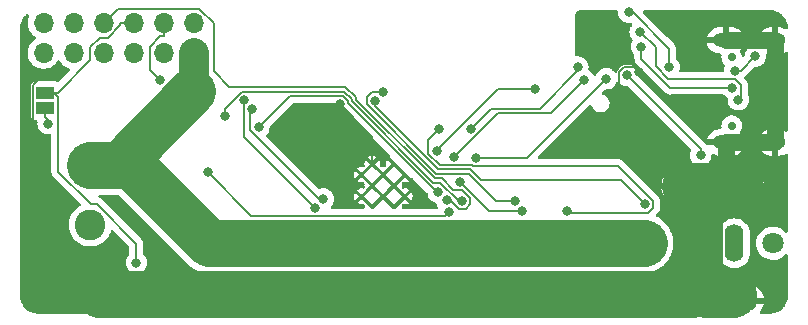
<source format=gbr>
%TF.GenerationSoftware,KiCad,Pcbnew,(6.0.0-0)*%
%TF.CreationDate,2022-01-26T18:23:46+01:00*%
%TF.ProjectId,GlowCoreMini,476c6f77-436f-4726-954d-696e692e6b69,rev?*%
%TF.SameCoordinates,Original*%
%TF.FileFunction,Copper,L2,Bot*%
%TF.FilePolarity,Positive*%
%FSLAX46Y46*%
G04 Gerber Fmt 4.6, Leading zero omitted, Abs format (unit mm)*
G04 Created by KiCad (PCBNEW (6.0.0-0)) date 2022-01-26 18:23:46*
%MOMM*%
%LPD*%
G01*
G04 APERTURE LIST*
%TA.AperFunction,ComponentPad*%
%ADD10C,0.700000*%
%TD*%
%TA.AperFunction,ComponentPad*%
%ADD11O,2.200000X1.200000*%
%TD*%
%TA.AperFunction,ComponentPad*%
%ADD12O,1.800000X1.200000*%
%TD*%
%TA.AperFunction,ComponentPad*%
%ADD13C,1.800000*%
%TD*%
%TA.AperFunction,ComponentPad*%
%ADD14O,3.000000X1.600000*%
%TD*%
%TA.AperFunction,ComponentPad*%
%ADD15O,1.600000X3.200000*%
%TD*%
%TA.AperFunction,ComponentPad*%
%ADD16C,2.300000*%
%TD*%
%TA.AperFunction,ComponentPad*%
%ADD17R,1.700000X1.700000*%
%TD*%
%TA.AperFunction,ComponentPad*%
%ADD18O,1.700000X1.700000*%
%TD*%
%TA.AperFunction,ComponentPad*%
%ADD19R,2.600000X2.600000*%
%TD*%
%TA.AperFunction,ComponentPad*%
%ADD20C,2.600000*%
%TD*%
%TA.AperFunction,ComponentPad*%
%ADD21C,0.300000*%
%TD*%
%TA.AperFunction,SMDPad,CuDef*%
%ADD22R,1.500000X1.000000*%
%TD*%
%TA.AperFunction,ViaPad*%
%ADD23C,0.800000*%
%TD*%
%TA.AperFunction,Conductor*%
%ADD24C,4.000000*%
%TD*%
%TA.AperFunction,Conductor*%
%ADD25C,0.160000*%
%TD*%
%TA.AperFunction,Conductor*%
%ADD26C,1.400000*%
%TD*%
%TA.AperFunction,Conductor*%
%ADD27C,2.000000*%
%TD*%
%TA.AperFunction,Conductor*%
%ADD28C,2.500000*%
%TD*%
G04 APERTURE END LIST*
D10*
%TO.P,USB1,*%
%TO.N,*%
X167817000Y-87915000D03*
X167817000Y-93695000D03*
D11*
%TO.P,USB1,SHELL,SHELL*%
%TO.N,GND*%
X167317000Y-86485000D03*
X167317000Y-95125000D03*
D12*
X171497000Y-86485000D03*
X171497000Y-95125000D03*
%TD*%
D13*
%TO.P,J2,*%
%TO.N,*%
X171315000Y-103662000D03*
D14*
%TO.P,J2,1*%
%TO.N,GND*%
X163865000Y-108512000D03*
X163865000Y-98812000D03*
X168565000Y-108512000D03*
X168565000Y-98812000D03*
D15*
%TO.P,J2,2*%
%TO.N,N/C*%
X168065000Y-103662000D03*
D16*
%TO.P,J2,3*%
%TO.N,+5V*%
X160365000Y-103662000D03*
%TD*%
D17*
%TO.P,J3,1,Pin_1*%
%TO.N,+5V*%
X122276000Y-87523000D03*
D18*
%TO.P,J3,2,Pin_2*%
%TO.N,GND*%
X122276000Y-84983000D03*
%TO.P,J3,3,Pin_3*%
%TO.N,+3V3*%
X119736000Y-87523000D03*
%TO.P,J3,4,Pin_4*%
%TO.N,IO26{slash}A0{slash}DAC2*%
X119736000Y-84983000D03*
%TO.P,J3,5,Pin_5*%
%TO.N,IO25{slash}A1{slash}DAC1*%
X117196000Y-87523000D03*
%TO.P,J3,6,Pin_6*%
%TO.N,IO13*%
X117196000Y-84983000D03*
%TO.P,J3,7,Pin_7*%
%TO.N,IO19{slash}MISO*%
X114656000Y-87523000D03*
%TO.P,J3,8,Pin_8*%
%TO.N,IO18{slash}MOSI*%
X114656000Y-84983000D03*
%TO.P,J3,9,Pin_9*%
%TO.N,IO4{slash}A5*%
X112116000Y-87523000D03*
%TO.P,J3,10,Pin_10*%
%TO.N,IO36{slash}A4{slash}SENSOR_VP*%
X112116000Y-84983000D03*
%TO.P,J3,11,Pin_11*%
%TO.N,I39{slash}A3{slash}SENSOR_VN*%
X109576000Y-87523000D03*
%TO.P,J3,12,Pin_12*%
%TO.N,I34{slash}A2*%
X109576000Y-84983000D03*
%TD*%
D19*
%TO.P,J4,1,Pin_1*%
%TO.N,+5V*%
X113538000Y-97028000D03*
D20*
%TO.P,J4,2,Pin_2*%
%TO.N,Net-(J4-Pad2)*%
X113538000Y-102108000D03*
%TO.P,J4,3,Pin_3*%
%TO.N,GND*%
X113538000Y-107188000D03*
%TD*%
D21*
%TO.P,U2,39_10,GND*%
%TO.N,GND*%
X137401500Y-96925000D03*
%TO.P,U2,39_11,GND*%
X139236500Y-96925000D03*
%TO.P,U2,39_12,GND*%
X136484000Y-97842500D03*
%TO.P,U2,39_13,GND*%
X138319000Y-97842500D03*
%TO.P,U2,39_14,GND*%
X140154000Y-97842500D03*
%TO.P,U2,39_15,GND*%
X137401500Y-98760000D03*
%TO.P,U2,39_16,GND*%
X139236500Y-98760000D03*
%TO.P,U2,39_17,GND*%
X136484000Y-99677500D03*
%TO.P,U2,39_18,GND*%
X138319000Y-99677500D03*
%TO.P,U2,39_19,GND*%
X140154000Y-99677500D03*
%TO.P,U2,39_20,GND*%
X137401500Y-100595000D03*
%TO.P,U2,39_21,GND*%
X139236500Y-100595000D03*
%TD*%
D22*
%TO.P,Status_LED1,1,A*%
%TO.N,IO13*%
X109728000Y-90917000D03*
%TO.P,Status_LED1,2,B*%
%TO.N,Net-(R7-Pad1)*%
X109728000Y-92217000D03*
%TD*%
D23*
%TO.N,GND*%
X110707200Y-89458800D03*
X151999000Y-107327000D03*
X160465100Y-93683900D03*
X160005500Y-89173800D03*
X134624400Y-91885100D03*
%TO.N,+3V3*%
X138275900Y-90823400D03*
X149445500Y-100117900D03*
%TO.N,RESET*%
X160463800Y-100356300D03*
X137613700Y-91581500D03*
%TO.N,USB-C VBUS*%
X162520800Y-88759100D03*
X159129000Y-84094100D03*
%TO.N,USB-C DATA+*%
X160186900Y-87017500D03*
X167867600Y-90475000D03*
%TO.N,USB-C DATA-*%
X160087200Y-85764700D03*
X168391800Y-91492200D03*
%TO.N,IO15{slash}WS*%
X155324800Y-89834800D03*
X144335400Y-96343700D03*
%TO.N,IO14{slash}SCK*%
X142879800Y-95853500D03*
X151137600Y-90559500D03*
%TO.N,DTR*%
X158996700Y-89442900D03*
X165205600Y-96205700D03*
%TO.N,RTS*%
X143089800Y-93949600D03*
X153895000Y-100904300D03*
X154807800Y-88746800D03*
X145742800Y-93949600D03*
%TO.N,IO13*%
X117430200Y-105300300D03*
%TO.N,IO25{slash}A1{slash}DAC1*%
X126551500Y-91572200D03*
X132558900Y-100658700D03*
%TO.N,IO26{slash}A0{slash}DAC2*%
X119435200Y-89840900D03*
X133250000Y-99905500D03*
X127236900Y-92304700D03*
%TO.N,IO4{slash}A5*%
X142982800Y-99329500D03*
X127787300Y-93830700D03*
%TO.N,IO16{slash}LED1*%
X123471600Y-97644500D03*
X143888900Y-101039200D03*
%TO.N,RXD0*%
X157207200Y-89731100D03*
X146207200Y-96432900D03*
%TO.N,IO19{slash}MISO*%
X124898100Y-92877500D03*
X145016900Y-100093100D03*
%TO.N,IO18{slash}MOSI*%
X143690200Y-100036900D03*
%TO.N,USB-C CC2*%
X169823100Y-87816500D03*
X168076500Y-89055000D03*
%TO.N,Net-(Q2-Pad1)*%
X144843200Y-98436100D03*
X150117500Y-100887500D03*
%TO.N,Net-(R7-Pad1)*%
X109953600Y-93534100D03*
%TD*%
D24*
%TO.N,GND*%
X165065000Y-107312000D02*
X164453000Y-107924000D01*
X165065000Y-107312000D02*
X165678000Y-107924000D01*
D25*
X136484000Y-99677500D02*
X137401500Y-100595000D01*
X158289500Y-91508300D02*
X158289500Y-89177300D01*
X163277000Y-107924000D02*
X163865000Y-108512000D01*
X160465100Y-93683900D02*
X158289500Y-91508300D01*
D24*
X163865000Y-98812000D02*
X168565000Y-98812000D01*
D25*
X138319000Y-99677500D02*
X139236500Y-100595000D01*
X160465100Y-97192400D02*
X160465100Y-93683900D01*
X151876900Y-107924000D02*
X151999000Y-107801900D01*
X168565000Y-108512000D02*
X167977000Y-107924000D01*
D24*
X164453000Y-107924000D02*
X163277000Y-107924000D01*
D26*
X171497000Y-95125000D02*
X167317000Y-95125000D01*
D25*
X158704300Y-88762500D02*
X159594200Y-88762500D01*
X134624400Y-91885100D02*
X137401500Y-94662200D01*
X151999000Y-107801900D02*
X151999000Y-107327000D01*
X159594200Y-88762500D02*
X160005500Y-89173800D01*
X140154000Y-99677500D02*
X139236500Y-100595000D01*
X108676500Y-90266300D02*
X109484000Y-89458800D01*
D26*
X167317000Y-97564000D02*
X168565000Y-98812000D01*
D25*
X162084700Y-98812000D02*
X160465100Y-97192400D01*
X137401500Y-96925000D02*
X136484000Y-97842500D01*
X113538000Y-107188000D02*
X108676500Y-102326500D01*
X108676500Y-102326500D02*
X108676500Y-90266300D01*
X140154000Y-97842500D02*
X139236500Y-98760000D01*
D24*
X165678000Y-107924000D02*
X167977000Y-107924000D01*
D26*
X167317000Y-95125000D02*
X167317000Y-97564000D01*
D25*
X137401500Y-94662200D02*
X137401500Y-96925000D01*
X139236500Y-98760000D02*
X138319000Y-99677500D01*
D24*
X163277000Y-107924000D02*
X151876900Y-107924000D01*
D26*
X171497000Y-86485000D02*
X171497000Y-95125000D01*
D24*
X165065000Y-100012000D02*
X165065000Y-107312000D01*
D25*
X109484000Y-89458800D02*
X110707200Y-89458800D01*
X158289500Y-89177300D02*
X158704300Y-88762500D01*
D24*
X151876900Y-107924000D02*
X114274000Y-107924000D01*
D26*
X171497000Y-86485000D02*
X167317000Y-86485000D01*
D24*
X163865000Y-98812000D02*
X165065000Y-100012000D01*
X114274000Y-107924000D02*
X113538000Y-107188000D01*
D25*
X163865000Y-98812000D02*
X162084700Y-98812000D01*
D24*
%TO.N,+5V*%
X160365000Y-103662000D02*
X123601000Y-103662000D01*
X123601000Y-103662000D02*
X116967000Y-97028000D01*
D27*
X122276000Y-90703000D02*
X122174000Y-90805000D01*
D28*
X122276000Y-87523000D02*
X122276000Y-90703000D01*
D24*
X116967000Y-96012000D02*
X122174000Y-90805000D01*
X116967000Y-97028000D02*
X113538000Y-97028000D01*
X116967000Y-97028000D02*
X116967000Y-96012000D01*
D25*
%TO.N,+3V3*%
X147911200Y-100117900D02*
X149445500Y-100117900D01*
X137339800Y-90823400D02*
X136927700Y-91235500D01*
X136927700Y-91235500D02*
X136927700Y-91882700D01*
X142800700Y-97755700D02*
X145549000Y-97755700D01*
X138275900Y-90823400D02*
X137339800Y-90823400D01*
X136927700Y-91882700D02*
X142800700Y-97755700D01*
X145549000Y-97755700D02*
X147911200Y-100117900D01*
%TO.N,RESET*%
X137613700Y-92059200D02*
X142949900Y-97395400D01*
X137613700Y-91581500D02*
X137613700Y-92059200D01*
X142949900Y-97395400D02*
X145698200Y-97395400D01*
X158431700Y-98324200D02*
X160463800Y-100356300D01*
X146627000Y-98324200D02*
X158431700Y-98324200D01*
X145698200Y-97395400D02*
X146627000Y-98324200D01*
%TO.N,USB-C VBUS*%
X162520800Y-87182600D02*
X162520800Y-88759100D01*
X159432300Y-84094100D02*
X162520800Y-87182600D01*
X159129000Y-84094100D02*
X159432300Y-84094100D01*
%TO.N,USB-C DATA+*%
X162638400Y-90475000D02*
X167867600Y-90475000D01*
X160186900Y-88023500D02*
X162638400Y-90475000D01*
X160186900Y-87017500D02*
X160186900Y-88023500D01*
%TO.N,USB-C DATA-*%
X168391800Y-91492200D02*
X168593900Y-91290100D01*
X161379400Y-87056900D02*
X160087200Y-85764700D01*
X168142800Y-89777100D02*
X162479300Y-89777100D01*
X168593900Y-90228200D02*
X168142800Y-89777100D01*
X168593900Y-91290100D02*
X168593900Y-90228200D01*
X161379400Y-88677200D02*
X161379400Y-87056900D01*
X162479300Y-89777100D02*
X161379400Y-88677200D01*
%TO.N,IO15{slash}WS*%
X152502300Y-92657300D02*
X155324800Y-89834800D01*
X144335400Y-96343700D02*
X148021700Y-92657400D01*
X152502300Y-92657400D02*
X152502300Y-92657300D01*
X148021700Y-92657400D02*
X152502300Y-92657400D01*
%TO.N,IO14{slash}SCK*%
X142879800Y-95722400D02*
X142879800Y-95853500D01*
X151137600Y-90559500D02*
X148042700Y-90559500D01*
X148042700Y-90559500D02*
X142879800Y-95722400D01*
%TO.N,DTR*%
X158996700Y-89442900D02*
X165205600Y-95651800D01*
X165205600Y-95651800D02*
X165205600Y-96205700D01*
%TO.N,RTS*%
X161180500Y-100666700D02*
X160765600Y-101081600D01*
X151572000Y-92253700D02*
X154807800Y-89017900D01*
X142142400Y-96078400D02*
X143099100Y-97035100D01*
X147438700Y-92253700D02*
X151572000Y-92253700D01*
X145742800Y-93949600D02*
X147438700Y-92253700D01*
X161180500Y-100092400D02*
X161180500Y-100666700D01*
X145925500Y-97113200D02*
X158201300Y-97113200D01*
X158201300Y-97113200D02*
X161180500Y-100092400D01*
X154807800Y-89017900D02*
X154807800Y-88746800D01*
X154072300Y-101081600D02*
X153895000Y-100904300D01*
X160765600Y-101081600D02*
X154072300Y-101081600D01*
X142142400Y-94897000D02*
X142142400Y-96078400D01*
X145847400Y-97035100D02*
X145925500Y-97113200D01*
X143099100Y-97035100D02*
X145847400Y-97035100D01*
X143089800Y-93949600D02*
X142142400Y-94897000D01*
%TO.N,IO13*%
X116630900Y-84983000D02*
X116065700Y-84983000D01*
X114070600Y-100328000D02*
X117430200Y-103687600D01*
X114320900Y-86253000D02*
X115029900Y-86253000D01*
X110825700Y-97592400D02*
X113561300Y-100328000D01*
X113525600Y-87048300D02*
X114320900Y-86253000D01*
X113561300Y-100328000D02*
X114070600Y-100328000D01*
X110483300Y-90917000D02*
X110758300Y-90917000D01*
X117430200Y-103687600D02*
X117430200Y-105300300D01*
X115029900Y-86253000D02*
X116065700Y-85217200D01*
X117196000Y-84983000D02*
X116901300Y-84983000D01*
X110825700Y-91259400D02*
X110825700Y-97592400D01*
X116630900Y-84983000D02*
X116901300Y-84983000D01*
X109728000Y-90917000D02*
X110483300Y-90917000D01*
X113525600Y-88149700D02*
X113525600Y-87048300D01*
X116065700Y-85217200D02*
X116065700Y-84983000D01*
X110483300Y-90917000D02*
X110825700Y-91259400D01*
X110758300Y-90917000D02*
X113525600Y-88149700D01*
%TO.N,IO25{slash}A1{slash}DAC1*%
X126551500Y-94651300D02*
X132558900Y-100658700D01*
X126551500Y-91572200D02*
X126551500Y-94651300D01*
%TO.N,IO26{slash}A0{slash}DAC2*%
X119736000Y-86113300D02*
X119453400Y-86113300D01*
X127080100Y-92461500D02*
X127080100Y-94085700D01*
X119453400Y-86113300D02*
X118557300Y-87009400D01*
X132899900Y-99905500D02*
X133250000Y-99905500D01*
X127080100Y-94085700D02*
X132899900Y-99905500D01*
X119736000Y-84983000D02*
X119736000Y-86113300D01*
X118557300Y-87009400D02*
X118557300Y-88963000D01*
X127236900Y-92304700D02*
X127080100Y-92461500D01*
X118557300Y-88963000D02*
X119435200Y-89840900D01*
%TO.N,IO4{slash}A5*%
X130413200Y-91204800D02*
X127787300Y-93830700D01*
X134906200Y-91204800D02*
X130413200Y-91204800D01*
X142838800Y-99329500D02*
X135304700Y-91795400D01*
X142982800Y-99329500D02*
X142838800Y-99329500D01*
X135304700Y-91795400D02*
X135304700Y-91603300D01*
X135304700Y-91603300D02*
X134906200Y-91204800D01*
%TO.N,IO16{slash}LED1*%
X123471600Y-97644500D02*
X127170500Y-101343400D01*
X143584700Y-101343400D02*
X143888900Y-101039200D01*
X127170500Y-101343400D02*
X143584700Y-101343400D01*
%TO.N,RXD0*%
X150505400Y-96432900D02*
X146207200Y-96432900D01*
X157207200Y-89731100D02*
X150505400Y-96432900D01*
%TO.N,IO19{slash}MISO*%
X124898100Y-92263600D02*
X124898100Y-92877500D01*
X145016900Y-100093100D02*
X145016900Y-100093000D01*
X143152300Y-98536800D02*
X143152300Y-98536700D01*
X126327500Y-90834200D02*
X124898100Y-92263600D01*
X135045100Y-90834200D02*
X126327500Y-90834200D01*
X135665000Y-91639000D02*
X135665000Y-91454100D01*
X144708500Y-100093000D02*
X143152300Y-98536800D01*
X135665000Y-91454100D02*
X135045100Y-90834200D01*
X142562700Y-98536700D02*
X135665000Y-91639000D01*
X145016900Y-100093000D02*
X144708500Y-100093000D01*
X143152300Y-98536700D02*
X142562700Y-98536700D01*
%TO.N,IO18{slash}MOSI*%
X143998800Y-100037000D02*
X144735200Y-100773400D01*
X143296200Y-98171100D02*
X142706600Y-98171100D01*
X122731400Y-83784200D02*
X115854800Y-83784200D01*
X144735200Y-100773400D02*
X145298700Y-100773400D01*
X136025300Y-91304900D02*
X135109100Y-90388700D01*
X136025300Y-91489800D02*
X136025300Y-91304900D01*
X145708200Y-100363900D02*
X145708200Y-99822100D01*
X143690200Y-100036900D02*
X143998800Y-100036900D01*
X125281100Y-90388700D02*
X123981800Y-89089400D01*
X143998800Y-100036900D02*
X143998800Y-100037000D01*
X144241400Y-99116300D02*
X143296200Y-98171100D01*
X123981800Y-85034600D02*
X122731400Y-83784200D01*
X142706600Y-98171100D02*
X136025300Y-91489800D01*
X145708200Y-99822100D02*
X145002500Y-99116400D01*
X145002500Y-99116400D02*
X144241400Y-99116400D01*
X144241400Y-99116400D02*
X144241400Y-99116300D01*
X135109100Y-90388700D02*
X125281100Y-90388700D01*
X145298700Y-100773400D02*
X145708200Y-100363900D01*
X123981800Y-89089400D02*
X123981800Y-85034600D01*
X115854800Y-83784200D02*
X114656000Y-84983000D01*
%TO.N,USB-C CC2*%
X168584600Y-89055000D02*
X169823100Y-87816500D01*
X168076500Y-89055000D02*
X168584600Y-89055000D01*
%TO.N,Net-(Q2-Pad1)*%
X150117500Y-100887400D02*
X150117500Y-100887500D01*
X147294500Y-100887400D02*
X150117500Y-100887400D01*
X144843200Y-98436100D02*
X147294500Y-100887400D01*
%TO.N,Net-(R7-Pad1)*%
X109728000Y-92217000D02*
X109728000Y-92997300D01*
X109953600Y-93222900D02*
X109953600Y-93534100D01*
X109728000Y-92997300D02*
X109953600Y-93222900D01*
%TD*%
%TA.AperFunction,Conductor*%
%TO.N,GND*%
G36*
X158160717Y-83952002D02*
G01*
X158207210Y-84005658D01*
X158217906Y-84071170D01*
X158215496Y-84094100D01*
X158216186Y-84100665D01*
X158230330Y-84235234D01*
X158235458Y-84284028D01*
X158294473Y-84465656D01*
X158389960Y-84631044D01*
X158517747Y-84772966D01*
X158672248Y-84885218D01*
X158678276Y-84887902D01*
X158678278Y-84887903D01*
X158805537Y-84944562D01*
X158846712Y-84962894D01*
X158940112Y-84982747D01*
X159027056Y-85001228D01*
X159027061Y-85001228D01*
X159033513Y-85002600D01*
X159224487Y-85002600D01*
X159230940Y-85001228D01*
X159230953Y-85001227D01*
X159248833Y-84997426D01*
X159319623Y-85002827D01*
X159376256Y-85045644D01*
X159400750Y-85112281D01*
X159385329Y-85181583D01*
X159368670Y-85204977D01*
X159348160Y-85227756D01*
X159289886Y-85328690D01*
X159258608Y-85382865D01*
X159252673Y-85393144D01*
X159193658Y-85574772D01*
X159173696Y-85764700D01*
X159174386Y-85771265D01*
X159186653Y-85887975D01*
X159193658Y-85954628D01*
X159252673Y-86136256D01*
X159348160Y-86301644D01*
X159352578Y-86306551D01*
X159352579Y-86306552D01*
X159410591Y-86370981D01*
X159441309Y-86434988D01*
X159432544Y-86505442D01*
X159426076Y-86518286D01*
X159352373Y-86645944D01*
X159293358Y-86827572D01*
X159292668Y-86834133D01*
X159292668Y-86834135D01*
X159280449Y-86950391D01*
X159273396Y-87017500D01*
X159274086Y-87024065D01*
X159290749Y-87182600D01*
X159293358Y-87207428D01*
X159352373Y-87389056D01*
X159447860Y-87554444D01*
X159452278Y-87559351D01*
X159452279Y-87559352D01*
X159566036Y-87685692D01*
X159596754Y-87749699D01*
X159598400Y-87770002D01*
X159598400Y-87976670D01*
X159597322Y-87993115D01*
X159593322Y-88023500D01*
X159594400Y-88031689D01*
X159602666Y-88094475D01*
X159613547Y-88177130D01*
X159636585Y-88232746D01*
X159672846Y-88320289D01*
X159767177Y-88443223D01*
X159773727Y-88448249D01*
X159791491Y-88461880D01*
X159803882Y-88472747D01*
X162189150Y-90858014D01*
X162200017Y-90870405D01*
X162218677Y-90894723D01*
X162225227Y-90899749D01*
X162306423Y-90962053D01*
X162326163Y-90977200D01*
X162341611Y-90989054D01*
X162484771Y-91048353D01*
X162638400Y-91068578D01*
X162668785Y-91064578D01*
X162685230Y-91063500D01*
X167118882Y-91063500D01*
X167187003Y-91083502D01*
X167212518Y-91105190D01*
X167251927Y-91148959D01*
X167251936Y-91148967D01*
X167256347Y-91153866D01*
X167261686Y-91157745D01*
X167401602Y-91259400D01*
X167410848Y-91266118D01*
X167416878Y-91268803D01*
X167422601Y-91272107D01*
X167421601Y-91273838D01*
X167468453Y-91313667D01*
X167489096Y-91381596D01*
X167488412Y-91395952D01*
X167478296Y-91492200D01*
X167478986Y-91498765D01*
X167494377Y-91645198D01*
X167498258Y-91682128D01*
X167557273Y-91863756D01*
X167652760Y-92029144D01*
X167657178Y-92034051D01*
X167657179Y-92034052D01*
X167715426Y-92098742D01*
X167780547Y-92171066D01*
X167935048Y-92283318D01*
X167941076Y-92286002D01*
X167941078Y-92286003D01*
X168086773Y-92350870D01*
X168109512Y-92360994D01*
X168202913Y-92380847D01*
X168289856Y-92399328D01*
X168289861Y-92399328D01*
X168296313Y-92400700D01*
X168487287Y-92400700D01*
X168493739Y-92399328D01*
X168493744Y-92399328D01*
X168580688Y-92380847D01*
X168674088Y-92360994D01*
X168696827Y-92350870D01*
X168842522Y-92286003D01*
X168842524Y-92286002D01*
X168848552Y-92283318D01*
X169003053Y-92171066D01*
X169068174Y-92098742D01*
X169126421Y-92034052D01*
X169126422Y-92034051D01*
X169130840Y-92029144D01*
X169226327Y-91863756D01*
X169285342Y-91682128D01*
X169289224Y-91645198D01*
X169304614Y-91498765D01*
X169305304Y-91492200D01*
X169298146Y-91424093D01*
X169286032Y-91308835D01*
X169286032Y-91308833D01*
X169285342Y-91302272D01*
X169226327Y-91120644D01*
X169219139Y-91108193D01*
X169199281Y-91073799D01*
X169182400Y-91010799D01*
X169182400Y-90275030D01*
X169183478Y-90258584D01*
X169186400Y-90236388D01*
X169187478Y-90228200D01*
X169178909Y-90163109D01*
X169168331Y-90082757D01*
X169168330Y-90082755D01*
X169167253Y-90074571D01*
X169123514Y-89968977D01*
X169107954Y-89931411D01*
X169043540Y-89847465D01*
X169018652Y-89815030D01*
X169018649Y-89815027D01*
X169013623Y-89808477D01*
X168989306Y-89789818D01*
X168976915Y-89778950D01*
X168918269Y-89720304D01*
X168884243Y-89657992D01*
X168889308Y-89587177D01*
X168930660Y-89531247D01*
X168997773Y-89479749D01*
X169004323Y-89474723D01*
X169022980Y-89450409D01*
X169033847Y-89438018D01*
X169709960Y-88761905D01*
X169772272Y-88727879D01*
X169799055Y-88725000D01*
X169918587Y-88725000D01*
X169925039Y-88723628D01*
X169925044Y-88723628D01*
X170011988Y-88705147D01*
X170105388Y-88685294D01*
X170111419Y-88682609D01*
X170273822Y-88610303D01*
X170273824Y-88610302D01*
X170279852Y-88607618D01*
X170434353Y-88495366D01*
X170454719Y-88472747D01*
X170557721Y-88358352D01*
X170557722Y-88358351D01*
X170562140Y-88353444D01*
X170640773Y-88217248D01*
X170654323Y-88193779D01*
X170654324Y-88193778D01*
X170657627Y-88188056D01*
X170716642Y-88006428D01*
X170736604Y-87816500D01*
X170728128Y-87735852D01*
X170722944Y-87686528D01*
X170735716Y-87616690D01*
X170784219Y-87564843D01*
X170853051Y-87547449D01*
X170884044Y-87552548D01*
X170886767Y-87553355D01*
X171083928Y-87591857D01*
X171092791Y-87592934D01*
X171095500Y-87593000D01*
X171224885Y-87593000D01*
X171240124Y-87588525D01*
X171241329Y-87587135D01*
X171243000Y-87579452D01*
X171243000Y-86757115D01*
X171238525Y-86741876D01*
X171237135Y-86740671D01*
X171229452Y-86739000D01*
X170136598Y-86739000D01*
X170123067Y-86742973D01*
X170121712Y-86752398D01*
X170125371Y-86767579D01*
X170121886Y-86838490D01*
X170080617Y-86896261D01*
X170014667Y-86922548D01*
X169976682Y-86920348D01*
X169925046Y-86909373D01*
X169925047Y-86909373D01*
X169918587Y-86908000D01*
X169727613Y-86908000D01*
X169721161Y-86909372D01*
X169721156Y-86909372D01*
X169659170Y-86922548D01*
X169540812Y-86947706D01*
X169534782Y-86950391D01*
X169534781Y-86950391D01*
X169372378Y-87022697D01*
X169372376Y-87022698D01*
X169366348Y-87025382D01*
X169361007Y-87029262D01*
X169361006Y-87029263D01*
X169350138Y-87037159D01*
X169211847Y-87137634D01*
X169207426Y-87142544D01*
X169207425Y-87142545D01*
X169129194Y-87229430D01*
X169084060Y-87279556D01*
X169040882Y-87354342D01*
X169007096Y-87412862D01*
X168988573Y-87444944D01*
X168929558Y-87626572D01*
X168928868Y-87633133D01*
X168928868Y-87633135D01*
X168915046Y-87764646D01*
X168888033Y-87830303D01*
X168829811Y-87870933D01*
X168758866Y-87873636D01*
X168697722Y-87837554D01*
X168665792Y-87774143D01*
X168664426Y-87764647D01*
X168662055Y-87742089D01*
X168662055Y-87742088D01*
X168661365Y-87735525D01*
X168652275Y-87707547D01*
X168607641Y-87570178D01*
X168605599Y-87563893D01*
X168545276Y-87459411D01*
X168528538Y-87390416D01*
X168551758Y-87323324D01*
X168576566Y-87297322D01*
X168579858Y-87294737D01*
X168588506Y-87286501D01*
X168719212Y-87135877D01*
X168726147Y-87126153D01*
X168826010Y-86953533D01*
X168830984Y-86942669D01*
X168896407Y-86754273D01*
X168896648Y-86753284D01*
X168895180Y-86742992D01*
X168881615Y-86739000D01*
X165756598Y-86739000D01*
X165743067Y-86742973D01*
X165741712Y-86752399D01*
X165763194Y-86841537D01*
X165767083Y-86852832D01*
X165849629Y-87034382D01*
X165855576Y-87044724D01*
X165970968Y-87207397D01*
X165978761Y-87216425D01*
X166122831Y-87354342D01*
X166132196Y-87361738D01*
X166299741Y-87469921D01*
X166310345Y-87475417D01*
X166495312Y-87549961D01*
X166506770Y-87553355D01*
X166703928Y-87591857D01*
X166712791Y-87592934D01*
X166715500Y-87593000D01*
X166848038Y-87593000D01*
X166916159Y-87613002D01*
X166962652Y-87666658D01*
X166972552Y-87735516D01*
X166972635Y-87735525D01*
X166953771Y-87915000D01*
X166954461Y-87921565D01*
X166970362Y-88072845D01*
X166972635Y-88094475D01*
X167028401Y-88266107D01*
X167118633Y-88422393D01*
X167224690Y-88540182D01*
X167255406Y-88604187D01*
X167246159Y-88675741D01*
X167245278Y-88677719D01*
X167241973Y-88683444D01*
X167182958Y-88865072D01*
X167182268Y-88871633D01*
X167182268Y-88871635D01*
X167171354Y-88975476D01*
X167162996Y-89055000D01*
X167163686Y-89061565D01*
X167163686Y-89062600D01*
X167143684Y-89130721D01*
X167090028Y-89177214D01*
X167037686Y-89188600D01*
X163509924Y-89188600D01*
X163441803Y-89168598D01*
X163395310Y-89114942D01*
X163385206Y-89044668D01*
X163390091Y-89023663D01*
X163398116Y-88998967D01*
X163414342Y-88949028D01*
X163415088Y-88941936D01*
X163433614Y-88765665D01*
X163434304Y-88759100D01*
X163425156Y-88672058D01*
X163415032Y-88575735D01*
X163415032Y-88575733D01*
X163414342Y-88569172D01*
X163355327Y-88387544D01*
X163344922Y-88369521D01*
X163285215Y-88266107D01*
X163259840Y-88222156D01*
X163219299Y-88177130D01*
X163141664Y-88090908D01*
X163110946Y-88026901D01*
X163109300Y-88006598D01*
X163109300Y-87229430D01*
X163110378Y-87212984D01*
X163113300Y-87190788D01*
X163114378Y-87182600D01*
X163094153Y-87028971D01*
X163048604Y-86919007D01*
X163034854Y-86885811D01*
X162940523Y-86762877D01*
X162916205Y-86744217D01*
X162903814Y-86733350D01*
X162387180Y-86216716D01*
X165737352Y-86216716D01*
X165738820Y-86227008D01*
X165752385Y-86231000D01*
X167044885Y-86231000D01*
X167060124Y-86226525D01*
X167061329Y-86225135D01*
X167063000Y-86217452D01*
X167063000Y-86212885D01*
X167571000Y-86212885D01*
X167575475Y-86228124D01*
X167576865Y-86229329D01*
X167584548Y-86231000D01*
X168877402Y-86231000D01*
X168890933Y-86227027D01*
X168892288Y-86217601D01*
X168892075Y-86216716D01*
X170117352Y-86216716D01*
X170118820Y-86227008D01*
X170132385Y-86231000D01*
X171224885Y-86231000D01*
X171240124Y-86226525D01*
X171241329Y-86225135D01*
X171243000Y-86217452D01*
X171243000Y-85395115D01*
X171238525Y-85379876D01*
X171237135Y-85378671D01*
X171229452Y-85377000D01*
X171147168Y-85377000D01*
X171141192Y-85377285D01*
X170992506Y-85391471D01*
X170980772Y-85393730D01*
X170789401Y-85449872D01*
X170778325Y-85454302D01*
X170601022Y-85545619D01*
X170590976Y-85552069D01*
X170434143Y-85675262D01*
X170425494Y-85683499D01*
X170294788Y-85834123D01*
X170287853Y-85843847D01*
X170187990Y-86016467D01*
X170183016Y-86027331D01*
X170117593Y-86215727D01*
X170117352Y-86216716D01*
X168892075Y-86216716D01*
X168870806Y-86128463D01*
X168866917Y-86117168D01*
X168784371Y-85935618D01*
X168778424Y-85925276D01*
X168663032Y-85762603D01*
X168655239Y-85753575D01*
X168511169Y-85615658D01*
X168501804Y-85608262D01*
X168334259Y-85500079D01*
X168323655Y-85494583D01*
X168138688Y-85420039D01*
X168127230Y-85416645D01*
X167930072Y-85378143D01*
X167921209Y-85377066D01*
X167918500Y-85377000D01*
X167589115Y-85377000D01*
X167573876Y-85381475D01*
X167572671Y-85382865D01*
X167571000Y-85390548D01*
X167571000Y-86212885D01*
X167063000Y-86212885D01*
X167063000Y-85395115D01*
X167058525Y-85379876D01*
X167057135Y-85378671D01*
X167049452Y-85377000D01*
X166767168Y-85377000D01*
X166761192Y-85377285D01*
X166612506Y-85391471D01*
X166600772Y-85393730D01*
X166409401Y-85449872D01*
X166398325Y-85454302D01*
X166221022Y-85545619D01*
X166210976Y-85552069D01*
X166054143Y-85675262D01*
X166045494Y-85683499D01*
X165914788Y-85834123D01*
X165907853Y-85843847D01*
X165807990Y-86016467D01*
X165803016Y-86027331D01*
X165737593Y-86215727D01*
X165737352Y-86216716D01*
X162387180Y-86216716D01*
X160317560Y-84147095D01*
X160283534Y-84084783D01*
X160288599Y-84013967D01*
X160331146Y-83957132D01*
X160397666Y-83932321D01*
X160406655Y-83932000D01*
X171031672Y-83932000D01*
X171051056Y-83933500D01*
X171053284Y-83933847D01*
X171065859Y-83935805D01*
X171065861Y-83935805D01*
X171074730Y-83937186D01*
X171083632Y-83936022D01*
X171083634Y-83936022D01*
X171089959Y-83935195D01*
X171115282Y-83934452D01*
X171279126Y-83946170D01*
X171284343Y-83946543D01*
X171302137Y-83949101D01*
X171492540Y-83990521D01*
X171509788Y-83995586D01*
X171692358Y-84063682D01*
X171708710Y-84071149D01*
X171738719Y-84087535D01*
X171879734Y-84164534D01*
X171894848Y-84174248D01*
X171996477Y-84250326D01*
X172050842Y-84291023D01*
X172064428Y-84302796D01*
X172202204Y-84440572D01*
X172213977Y-84454158D01*
X172330752Y-84610152D01*
X172340469Y-84625271D01*
X172433851Y-84796290D01*
X172441318Y-84812642D01*
X172509414Y-84995212D01*
X172514479Y-85012460D01*
X172521698Y-85045644D01*
X172555899Y-85202863D01*
X172558457Y-85220658D01*
X172570041Y-85382629D01*
X172569297Y-85400532D01*
X172569195Y-85408857D01*
X172567814Y-85417730D01*
X172568978Y-85426634D01*
X172568880Y-85434690D01*
X172548047Y-85502561D01*
X172493828Y-85548395D01*
X172423436Y-85557640D01*
X172374541Y-85539002D01*
X172314266Y-85500083D01*
X172303655Y-85494583D01*
X172118688Y-85420039D01*
X172107230Y-85416645D01*
X171910072Y-85378143D01*
X171901209Y-85377066D01*
X171898500Y-85377000D01*
X171769115Y-85377000D01*
X171753876Y-85381475D01*
X171752671Y-85382865D01*
X171751000Y-85390548D01*
X171751000Y-87574885D01*
X171755475Y-87590124D01*
X171756865Y-87591329D01*
X171764548Y-87593000D01*
X171846832Y-87593000D01*
X171852808Y-87592715D01*
X172001494Y-87578529D01*
X172013228Y-87576270D01*
X172204599Y-87520128D01*
X172215675Y-87515698D01*
X172389308Y-87426271D01*
X172459027Y-87412862D01*
X172524927Y-87439275D01*
X172566086Y-87497124D01*
X172573000Y-87538287D01*
X172573000Y-94075805D01*
X172552998Y-94143926D01*
X172499342Y-94190419D01*
X172429068Y-94200523D01*
X172378652Y-94181657D01*
X172314259Y-94140079D01*
X172303655Y-94134583D01*
X172118688Y-94060039D01*
X172107230Y-94056645D01*
X171910072Y-94018143D01*
X171901209Y-94017066D01*
X171898500Y-94017000D01*
X171769115Y-94017000D01*
X171753876Y-94021475D01*
X171752671Y-94022865D01*
X171751000Y-94030548D01*
X171751000Y-96214885D01*
X171755475Y-96230124D01*
X171756865Y-96231329D01*
X171764548Y-96233000D01*
X171846832Y-96233000D01*
X171852808Y-96232715D01*
X172001494Y-96218529D01*
X172013228Y-96216270D01*
X172204599Y-96160128D01*
X172215675Y-96155698D01*
X172389308Y-96066271D01*
X172459027Y-96052862D01*
X172524927Y-96079275D01*
X172566086Y-96137124D01*
X172573000Y-96178287D01*
X172573000Y-102625894D01*
X172552998Y-102694015D01*
X172499342Y-102740508D01*
X172429068Y-102750612D01*
X172364488Y-102721118D01*
X172353813Y-102710701D01*
X172278887Y-102628358D01*
X172274836Y-102625159D01*
X172274832Y-102625155D01*
X172101177Y-102488011D01*
X172101172Y-102488008D01*
X172097123Y-102484810D01*
X172092607Y-102482317D01*
X172092604Y-102482315D01*
X171898879Y-102375373D01*
X171898875Y-102375371D01*
X171894355Y-102372876D01*
X171889486Y-102371152D01*
X171889482Y-102371150D01*
X171680903Y-102297288D01*
X171680899Y-102297287D01*
X171676028Y-102295562D01*
X171670935Y-102294655D01*
X171670932Y-102294654D01*
X171453095Y-102255851D01*
X171453089Y-102255850D01*
X171448006Y-102254945D01*
X171375096Y-102254054D01*
X171221581Y-102252179D01*
X171221579Y-102252179D01*
X171216411Y-102252116D01*
X170987464Y-102287150D01*
X170767314Y-102359106D01*
X170762726Y-102361494D01*
X170762722Y-102361496D01*
X170566461Y-102463663D01*
X170561872Y-102466052D01*
X170557739Y-102469155D01*
X170557736Y-102469157D01*
X170380790Y-102602012D01*
X170376655Y-102605117D01*
X170216639Y-102772564D01*
X170086119Y-102963899D01*
X169988602Y-103173981D01*
X169926707Y-103397169D01*
X169902095Y-103627469D01*
X169902392Y-103632622D01*
X169902392Y-103632625D01*
X169913249Y-103820919D01*
X169915427Y-103858697D01*
X169916564Y-103863743D01*
X169916565Y-103863749D01*
X169929306Y-103920283D01*
X169966346Y-104084642D01*
X169968288Y-104089424D01*
X169968289Y-104089428D01*
X169985972Y-104132975D01*
X170053484Y-104299237D01*
X170174501Y-104496719D01*
X170326147Y-104671784D01*
X170504349Y-104819730D01*
X170704322Y-104936584D01*
X170920694Y-105019209D01*
X170925760Y-105020240D01*
X170925761Y-105020240D01*
X170978846Y-105031040D01*
X171147656Y-105065385D01*
X171278324Y-105070176D01*
X171373949Y-105073683D01*
X171373953Y-105073683D01*
X171379113Y-105073872D01*
X171384233Y-105073216D01*
X171384235Y-105073216D01*
X171457270Y-105063860D01*
X171608847Y-105044442D01*
X171613795Y-105042957D01*
X171613802Y-105042956D01*
X171825747Y-104979369D01*
X171830690Y-104977886D01*
X171911236Y-104938427D01*
X172034049Y-104878262D01*
X172034052Y-104878260D01*
X172038684Y-104875991D01*
X172227243Y-104741494D01*
X172358061Y-104611132D01*
X172420431Y-104577216D01*
X172491238Y-104582404D01*
X172548000Y-104625050D01*
X172572694Y-104691613D01*
X172573000Y-104700383D01*
X172573000Y-108074672D01*
X172571500Y-108094056D01*
X172567814Y-108117730D01*
X172568978Y-108126632D01*
X172568978Y-108126634D01*
X172569805Y-108132959D01*
X172570548Y-108158282D01*
X172558830Y-108322126D01*
X172558457Y-108327343D01*
X172555899Y-108345137D01*
X172514480Y-108535538D01*
X172509414Y-108552788D01*
X172441318Y-108735358D01*
X172433851Y-108751710D01*
X172352637Y-108900445D01*
X172340469Y-108922729D01*
X172330752Y-108937848D01*
X172273016Y-109014975D01*
X172213977Y-109093842D01*
X172202204Y-109107428D01*
X172064428Y-109245204D01*
X172050841Y-109256977D01*
X171894848Y-109373752D01*
X171879734Y-109383466D01*
X171774020Y-109441190D01*
X171708710Y-109476851D01*
X171692358Y-109484318D01*
X171509788Y-109552414D01*
X171492540Y-109557479D01*
X171339055Y-109590868D01*
X171302137Y-109598899D01*
X171284342Y-109601457D01*
X171235443Y-109604954D01*
X171122369Y-109613041D01*
X171104467Y-109612297D01*
X171096142Y-109612195D01*
X171087270Y-109610814D01*
X171078368Y-109611978D01*
X171078365Y-109611978D01*
X171055749Y-109614936D01*
X171039411Y-109616000D01*
X170314981Y-109616000D01*
X170246860Y-109595998D01*
X170200367Y-109542342D01*
X170190263Y-109472068D01*
X170219757Y-109407488D01*
X170225886Y-109400905D01*
X170266916Y-109359875D01*
X170273972Y-109351467D01*
X170398931Y-109173007D01*
X170404414Y-109163511D01*
X170496490Y-108966053D01*
X170500236Y-108955761D01*
X170546394Y-108783497D01*
X170546058Y-108769401D01*
X170538116Y-108766000D01*
X166597033Y-108766000D01*
X166583502Y-108769973D01*
X166582273Y-108778522D01*
X166629764Y-108955761D01*
X166633510Y-108966053D01*
X166725586Y-109163511D01*
X166731069Y-109173007D01*
X166856028Y-109351467D01*
X166863084Y-109359875D01*
X166904114Y-109400905D01*
X166938140Y-109463217D01*
X166933075Y-109534032D01*
X166890528Y-109590868D01*
X166824008Y-109615679D01*
X166815019Y-109616000D01*
X165614981Y-109616000D01*
X165546860Y-109595998D01*
X165500367Y-109542342D01*
X165490263Y-109472068D01*
X165519757Y-109407488D01*
X165525886Y-109400905D01*
X165566916Y-109359875D01*
X165573972Y-109351467D01*
X165698931Y-109173007D01*
X165704414Y-109163511D01*
X165796490Y-108966053D01*
X165800236Y-108955761D01*
X165846394Y-108783497D01*
X165846058Y-108769401D01*
X165838116Y-108766000D01*
X161897033Y-108766000D01*
X161883502Y-108769973D01*
X161882273Y-108778522D01*
X161929764Y-108955761D01*
X161933510Y-108966053D01*
X162025586Y-109163511D01*
X162031069Y-109173007D01*
X162156028Y-109351467D01*
X162163084Y-109359875D01*
X162204114Y-109400905D01*
X162238140Y-109463217D01*
X162233075Y-109534032D01*
X162190528Y-109590868D01*
X162124008Y-109615679D01*
X162115019Y-109616000D01*
X109130328Y-109616000D01*
X109110943Y-109614500D01*
X109110661Y-109614456D01*
X109108117Y-109614060D01*
X109096141Y-109612195D01*
X109096139Y-109612195D01*
X109087270Y-109610814D01*
X109078368Y-109611978D01*
X109078366Y-109611978D01*
X109072041Y-109612805D01*
X109046718Y-109613548D01*
X108877657Y-109601457D01*
X108859863Y-109598899D01*
X108822945Y-109590868D01*
X108669460Y-109557479D01*
X108652212Y-109552414D01*
X108469642Y-109484318D01*
X108453290Y-109476851D01*
X108387980Y-109441190D01*
X108282266Y-109383466D01*
X108267152Y-109373752D01*
X108111159Y-109256977D01*
X108097572Y-109245204D01*
X107959796Y-109107428D01*
X107948023Y-109093842D01*
X107888984Y-109014975D01*
X107831248Y-108937848D01*
X107821531Y-108922729D01*
X107809364Y-108900445D01*
X107728149Y-108751710D01*
X107720682Y-108735358D01*
X107682469Y-108632906D01*
X112457839Y-108632906D01*
X112466553Y-108644427D01*
X112573452Y-108722809D01*
X112581351Y-108727745D01*
X112810905Y-108848519D01*
X112819454Y-108852236D01*
X113064327Y-108937749D01*
X113073336Y-108940163D01*
X113328166Y-108988544D01*
X113337423Y-108989598D01*
X113596607Y-108999783D01*
X113605921Y-108999457D01*
X113863753Y-108971220D01*
X113872930Y-108969519D01*
X114123758Y-108903481D01*
X114132574Y-108900445D01*
X114370880Y-108798062D01*
X114379167Y-108793748D01*
X114599718Y-108657266D01*
X114607268Y-108651780D01*
X114612559Y-108647301D01*
X114620997Y-108634497D01*
X114614935Y-108624145D01*
X113550812Y-107560022D01*
X113536868Y-107552408D01*
X113535035Y-107552539D01*
X113528420Y-107556790D01*
X112464497Y-108620713D01*
X112457839Y-108632906D01*
X107682469Y-108632906D01*
X107652586Y-108552788D01*
X107647520Y-108535538D01*
X107606101Y-108345137D01*
X107603543Y-108327342D01*
X107598378Y-108255124D01*
X107591959Y-108165369D01*
X107592703Y-108147467D01*
X107592805Y-108139142D01*
X107594186Y-108130270D01*
X107592547Y-108117730D01*
X107590064Y-108098749D01*
X107589000Y-108082411D01*
X107589000Y-107145211D01*
X111725775Y-107145211D01*
X111738220Y-107404288D01*
X111739356Y-107413543D01*
X111789961Y-107667945D01*
X111792449Y-107676917D01*
X111880095Y-107921033D01*
X111883895Y-107929568D01*
X112006658Y-108158042D01*
X112011666Y-108165904D01*
X112081720Y-108259716D01*
X112092979Y-108268165D01*
X112105397Y-108261393D01*
X113165978Y-107200812D01*
X113172356Y-107189132D01*
X113902408Y-107189132D01*
X113902539Y-107190965D01*
X113906790Y-107197580D01*
X114974094Y-108264884D01*
X114986474Y-108271644D01*
X114994815Y-108265400D01*
X115010829Y-108240503D01*
X161883606Y-108240503D01*
X161883942Y-108254599D01*
X161891884Y-108258000D01*
X163592885Y-108258000D01*
X163608124Y-108253525D01*
X163609329Y-108252135D01*
X163611000Y-108244452D01*
X163611000Y-108239885D01*
X164119000Y-108239885D01*
X164123475Y-108255124D01*
X164124865Y-108256329D01*
X164132548Y-108258000D01*
X165832967Y-108258000D01*
X165846498Y-108254027D01*
X165847727Y-108245478D01*
X165846394Y-108240503D01*
X166583606Y-108240503D01*
X166583942Y-108254599D01*
X166591884Y-108258000D01*
X168292885Y-108258000D01*
X168308124Y-108253525D01*
X168309329Y-108252135D01*
X168311000Y-108244452D01*
X168311000Y-108239885D01*
X168819000Y-108239885D01*
X168823475Y-108255124D01*
X168824865Y-108256329D01*
X168832548Y-108258000D01*
X170532967Y-108258000D01*
X170546498Y-108254027D01*
X170547727Y-108245478D01*
X170500236Y-108068239D01*
X170496490Y-108057947D01*
X170404414Y-107860489D01*
X170398931Y-107850993D01*
X170273972Y-107672533D01*
X170266916Y-107664125D01*
X170112875Y-107510084D01*
X170104467Y-107503028D01*
X169926007Y-107378069D01*
X169916511Y-107372586D01*
X169719053Y-107280510D01*
X169708761Y-107276764D01*
X169498312Y-107220375D01*
X169487519Y-107218472D01*
X169324830Y-107204238D01*
X169319365Y-107204000D01*
X168837115Y-107204000D01*
X168821876Y-107208475D01*
X168820671Y-107209865D01*
X168819000Y-107217548D01*
X168819000Y-108239885D01*
X168311000Y-108239885D01*
X168311000Y-107222115D01*
X168306525Y-107206876D01*
X168305135Y-107205671D01*
X168297452Y-107204000D01*
X167810635Y-107204000D01*
X167805170Y-107204238D01*
X167642481Y-107218472D01*
X167631688Y-107220375D01*
X167421239Y-107276764D01*
X167410947Y-107280510D01*
X167213489Y-107372586D01*
X167203993Y-107378069D01*
X167025533Y-107503028D01*
X167017125Y-107510084D01*
X166863084Y-107664125D01*
X166856028Y-107672533D01*
X166731069Y-107850993D01*
X166725586Y-107860489D01*
X166633510Y-108057947D01*
X166629764Y-108068239D01*
X166583606Y-108240503D01*
X165846394Y-108240503D01*
X165800236Y-108068239D01*
X165796490Y-108057947D01*
X165704414Y-107860489D01*
X165698931Y-107850993D01*
X165573972Y-107672533D01*
X165566916Y-107664125D01*
X165412875Y-107510084D01*
X165404467Y-107503028D01*
X165226007Y-107378069D01*
X165216511Y-107372586D01*
X165019053Y-107280510D01*
X165008761Y-107276764D01*
X164798312Y-107220375D01*
X164787519Y-107218472D01*
X164624830Y-107204238D01*
X164619365Y-107204000D01*
X164137115Y-107204000D01*
X164121876Y-107208475D01*
X164120671Y-107209865D01*
X164119000Y-107217548D01*
X164119000Y-108239885D01*
X163611000Y-108239885D01*
X163611000Y-107222115D01*
X163606525Y-107206876D01*
X163605135Y-107205671D01*
X163597452Y-107204000D01*
X163110635Y-107204000D01*
X163105170Y-107204238D01*
X162942481Y-107218472D01*
X162931688Y-107220375D01*
X162721239Y-107276764D01*
X162710947Y-107280510D01*
X162513489Y-107372586D01*
X162503993Y-107378069D01*
X162325533Y-107503028D01*
X162317125Y-107510084D01*
X162163084Y-107664125D01*
X162156028Y-107672533D01*
X162031069Y-107850993D01*
X162025586Y-107860489D01*
X161933510Y-108057947D01*
X161929764Y-108068239D01*
X161883606Y-108240503D01*
X115010829Y-108240503D01*
X115128832Y-108057048D01*
X115133275Y-108048864D01*
X115239807Y-107812370D01*
X115242997Y-107803605D01*
X115313402Y-107553972D01*
X115315262Y-107544830D01*
X115348187Y-107286019D01*
X115348668Y-107279733D01*
X115350987Y-107191160D01*
X115350836Y-107184851D01*
X115331501Y-106924663D01*
X115330125Y-106915457D01*
X115272878Y-106662467D01*
X115270154Y-106653556D01*
X115176143Y-106411806D01*
X115172132Y-106403397D01*
X115043422Y-106178202D01*
X115038211Y-106170476D01*
X114994996Y-106115658D01*
X114983071Y-106107187D01*
X114971537Y-106113673D01*
X113910022Y-107175188D01*
X113902408Y-107189132D01*
X113172356Y-107189132D01*
X113173592Y-107186868D01*
X113173461Y-107185035D01*
X113169210Y-107178420D01*
X112103816Y-106113026D01*
X112090507Y-106105758D01*
X112080472Y-106112878D01*
X112064937Y-106131556D01*
X112059531Y-106139135D01*
X111924965Y-106360891D01*
X111920736Y-106369192D01*
X111820432Y-106608389D01*
X111817471Y-106617239D01*
X111753628Y-106868625D01*
X111752006Y-106877822D01*
X111726020Y-107135879D01*
X111725775Y-107145211D01*
X107589000Y-107145211D01*
X107589000Y-105740689D01*
X112455102Y-105740689D01*
X112459675Y-105750465D01*
X113525188Y-106815978D01*
X113539132Y-106823592D01*
X113540965Y-106823461D01*
X113547580Y-106819210D01*
X114612349Y-105754441D01*
X114618733Y-105742751D01*
X114609321Y-105730641D01*
X114462045Y-105628471D01*
X114454010Y-105623738D01*
X114221376Y-105509016D01*
X114212743Y-105505528D01*
X113965703Y-105426450D01*
X113956643Y-105424274D01*
X113700630Y-105382580D01*
X113691343Y-105381768D01*
X113431992Y-105378373D01*
X113422681Y-105378943D01*
X113165682Y-105413919D01*
X113156546Y-105415860D01*
X112907543Y-105488439D01*
X112898800Y-105491707D01*
X112663252Y-105600296D01*
X112655097Y-105604816D01*
X112464240Y-105729947D01*
X112455102Y-105740689D01*
X107589000Y-105740689D01*
X107589000Y-85473328D01*
X107590500Y-85453943D01*
X107592805Y-85439141D01*
X107592805Y-85439139D01*
X107594186Y-85430270D01*
X107592848Y-85420039D01*
X107592195Y-85415041D01*
X107591452Y-85389713D01*
X107591747Y-85385596D01*
X107603543Y-85220657D01*
X107606101Y-85202863D01*
X107640302Y-85045644D01*
X107647521Y-85012460D01*
X107652586Y-84995212D01*
X107720682Y-84812642D01*
X107728149Y-84796290D01*
X107821531Y-84625271D01*
X107831248Y-84610152D01*
X107948023Y-84454158D01*
X107959796Y-84440572D01*
X108097572Y-84302796D01*
X108111158Y-84291023D01*
X108152540Y-84260045D01*
X108219061Y-84235234D01*
X108288435Y-84250326D01*
X108338637Y-84300528D01*
X108353728Y-84369902D01*
X108342336Y-84413964D01*
X108298869Y-84507604D01*
X108298865Y-84507616D01*
X108296688Y-84512305D01*
X108236989Y-84727570D01*
X108213251Y-84949695D01*
X108213548Y-84954848D01*
X108213548Y-84954851D01*
X108222625Y-85112281D01*
X108226110Y-85172715D01*
X108227247Y-85177761D01*
X108227248Y-85177767D01*
X108237409Y-85222854D01*
X108275222Y-85390639D01*
X108335466Y-85539002D01*
X108343034Y-85557640D01*
X108359266Y-85597616D01*
X108406847Y-85675262D01*
X108473291Y-85783688D01*
X108475987Y-85788088D01*
X108622250Y-85956938D01*
X108794126Y-86099632D01*
X108831388Y-86121406D01*
X108867445Y-86142476D01*
X108916169Y-86194114D01*
X108929240Y-86263897D01*
X108902509Y-86329669D01*
X108862055Y-86363027D01*
X108849607Y-86369507D01*
X108845474Y-86372610D01*
X108845471Y-86372612D01*
X108677532Y-86498704D01*
X108670965Y-86503635D01*
X108652695Y-86522753D01*
X108574200Y-86604894D01*
X108516629Y-86665138D01*
X108390743Y-86849680D01*
X108369121Y-86896261D01*
X108303719Y-87037159D01*
X108296688Y-87052305D01*
X108236989Y-87267570D01*
X108213251Y-87489695D01*
X108213548Y-87494848D01*
X108213548Y-87494851D01*
X108223454Y-87666658D01*
X108226110Y-87712715D01*
X108227247Y-87717761D01*
X108227248Y-87717767D01*
X108241214Y-87779735D01*
X108275222Y-87930639D01*
X108359266Y-88137616D01*
X108400527Y-88204948D01*
X108473291Y-88323688D01*
X108475987Y-88328088D01*
X108622250Y-88496938D01*
X108794126Y-88639632D01*
X108987000Y-88752338D01*
X108991825Y-88754180D01*
X108991826Y-88754181D01*
X109064612Y-88781975D01*
X109195692Y-88832030D01*
X109200760Y-88833061D01*
X109200763Y-88833062D01*
X109308017Y-88854883D01*
X109414597Y-88876567D01*
X109419772Y-88876757D01*
X109419774Y-88876757D01*
X109632673Y-88884564D01*
X109632677Y-88884564D01*
X109637837Y-88884753D01*
X109642957Y-88884097D01*
X109642959Y-88884097D01*
X109854288Y-88857025D01*
X109854289Y-88857025D01*
X109859416Y-88856368D01*
X109933219Y-88834226D01*
X110068429Y-88793661D01*
X110068434Y-88793659D01*
X110073384Y-88792174D01*
X110273994Y-88693896D01*
X110455860Y-88564173D01*
X110484361Y-88535772D01*
X110610435Y-88410137D01*
X110614096Y-88406489D01*
X110632032Y-88381529D01*
X110744453Y-88225077D01*
X110745776Y-88226028D01*
X110792645Y-88182857D01*
X110862580Y-88170625D01*
X110928026Y-88198144D01*
X110955875Y-88229994D01*
X110971852Y-88256066D01*
X111015987Y-88328088D01*
X111162250Y-88496938D01*
X111334126Y-88639632D01*
X111527000Y-88752338D01*
X111531825Y-88754180D01*
X111531826Y-88754181D01*
X111604612Y-88781975D01*
X111735692Y-88832030D01*
X111740764Y-88833062D01*
X111744771Y-88834226D01*
X111804607Y-88872437D01*
X111834286Y-88936933D01*
X111824385Y-89007236D01*
X111798716Y-89044319D01*
X110888730Y-89954305D01*
X110826418Y-89988331D01*
X110755603Y-89983266D01*
X110739129Y-89975732D01*
X110731886Y-89971767D01*
X110724705Y-89966385D01*
X110588316Y-89915255D01*
X110526134Y-89908500D01*
X108929866Y-89908500D01*
X108867684Y-89915255D01*
X108731295Y-89966385D01*
X108614739Y-90053739D01*
X108527385Y-90170295D01*
X108476255Y-90306684D01*
X108469500Y-90368866D01*
X108469500Y-91465134D01*
X108476255Y-91527316D01*
X108479029Y-91534715D01*
X108479775Y-91537854D01*
X108479775Y-91596146D01*
X108479029Y-91599285D01*
X108476255Y-91606684D01*
X108469500Y-91668866D01*
X108469500Y-92765134D01*
X108476255Y-92827316D01*
X108527385Y-92963705D01*
X108614739Y-93080261D01*
X108731295Y-93167615D01*
X108867684Y-93218745D01*
X108929866Y-93225500D01*
X108933282Y-93225500D01*
X108936680Y-93225684D01*
X108936626Y-93226684D01*
X109000715Y-93245502D01*
X109047208Y-93299158D01*
X109057904Y-93364669D01*
X109040096Y-93534100D01*
X109040786Y-93540665D01*
X109059077Y-93714691D01*
X109060058Y-93724028D01*
X109119073Y-93905656D01*
X109214560Y-94071044D01*
X109218978Y-94075951D01*
X109218979Y-94075952D01*
X109323531Y-94192069D01*
X109342347Y-94212966D01*
X109496848Y-94325218D01*
X109502876Y-94327902D01*
X109502878Y-94327903D01*
X109665281Y-94400209D01*
X109671312Y-94402894D01*
X109764713Y-94422747D01*
X109851656Y-94441228D01*
X109851661Y-94441228D01*
X109858113Y-94442600D01*
X110049087Y-94442600D01*
X110060557Y-94440162D01*
X110085004Y-94434966D01*
X110155794Y-94440368D01*
X110212427Y-94483185D01*
X110236920Y-94549823D01*
X110237200Y-94558213D01*
X110237200Y-97545570D01*
X110236122Y-97562015D01*
X110232122Y-97592400D01*
X110252347Y-97746030D01*
X110278906Y-97810147D01*
X110311646Y-97889189D01*
X110405977Y-98012123D01*
X110412527Y-98017149D01*
X110430291Y-98030780D01*
X110442682Y-98041647D01*
X111632581Y-99231545D01*
X112711686Y-100310650D01*
X112745711Y-100372962D01*
X112740647Y-100443777D01*
X112698100Y-100500613D01*
X112675345Y-100514170D01*
X112663008Y-100519858D01*
X112658763Y-100521815D01*
X112632507Y-100539029D01*
X112437881Y-100666631D01*
X112437876Y-100666635D01*
X112433968Y-100669197D01*
X112357913Y-100737079D01*
X112256090Y-100827960D01*
X112233426Y-100848188D01*
X112061544Y-101054854D01*
X111922096Y-101284656D01*
X111920287Y-101288970D01*
X111920285Y-101288974D01*
X111819957Y-101528231D01*
X111818148Y-101532545D01*
X111751981Y-101793077D01*
X111725050Y-102060526D01*
X111737947Y-102329019D01*
X111790388Y-102592656D01*
X111881220Y-102845646D01*
X112008450Y-103082431D01*
X112011241Y-103086168D01*
X112011245Y-103086175D01*
X112080527Y-103178954D01*
X112169281Y-103297810D01*
X112172590Y-103301090D01*
X112172595Y-103301096D01*
X112327844Y-103454995D01*
X112360180Y-103487050D01*
X112363942Y-103489808D01*
X112363945Y-103489811D01*
X112424172Y-103533971D01*
X112576954Y-103645995D01*
X112581089Y-103648171D01*
X112581093Y-103648173D01*
X112810698Y-103768975D01*
X112814840Y-103771154D01*
X113068613Y-103859775D01*
X113073206Y-103860647D01*
X113328109Y-103909042D01*
X113328112Y-103909042D01*
X113332698Y-103909913D01*
X113460370Y-103914929D01*
X113596625Y-103920283D01*
X113596630Y-103920283D01*
X113601293Y-103920466D01*
X113705607Y-103909042D01*
X113863844Y-103891713D01*
X113863850Y-103891712D01*
X113868497Y-103891203D01*
X113972774Y-103863749D01*
X114123918Y-103823956D01*
X114123920Y-103823955D01*
X114128441Y-103822765D01*
X114132738Y-103820919D01*
X114371120Y-103718502D01*
X114371122Y-103718501D01*
X114375414Y-103716657D01*
X114494071Y-103643230D01*
X114600017Y-103577669D01*
X114600021Y-103577666D01*
X114603990Y-103575210D01*
X114809149Y-103401530D01*
X114986382Y-103199434D01*
X114989260Y-103194961D01*
X115094609Y-103031176D01*
X115131797Y-102973361D01*
X115242199Y-102728278D01*
X115271052Y-102625973D01*
X115308793Y-102565840D01*
X115373055Y-102535657D01*
X115443433Y-102545007D01*
X115481416Y-102571080D01*
X116804795Y-103894459D01*
X116838821Y-103956771D01*
X116841700Y-103983554D01*
X116841700Y-104547798D01*
X116821698Y-104615919D01*
X116809336Y-104632108D01*
X116710845Y-104741494D01*
X116691160Y-104763356D01*
X116595673Y-104928744D01*
X116536658Y-105110372D01*
X116535968Y-105116933D01*
X116535968Y-105116935D01*
X116520193Y-105267026D01*
X116516696Y-105300300D01*
X116517386Y-105306865D01*
X116534675Y-105471357D01*
X116536658Y-105490228D01*
X116595673Y-105671856D01*
X116598976Y-105677578D01*
X116598977Y-105677579D01*
X116610512Y-105697558D01*
X116691160Y-105837244D01*
X116695578Y-105842151D01*
X116695579Y-105842152D01*
X116715757Y-105864562D01*
X116818947Y-105979166D01*
X116847873Y-106000182D01*
X116966155Y-106086119D01*
X116973448Y-106091418D01*
X116979476Y-106094102D01*
X116979478Y-106094103D01*
X117141881Y-106166409D01*
X117147912Y-106169094D01*
X117241312Y-106188947D01*
X117328256Y-106207428D01*
X117328261Y-106207428D01*
X117334713Y-106208800D01*
X117525687Y-106208800D01*
X117532139Y-106207428D01*
X117532144Y-106207428D01*
X117619088Y-106188947D01*
X117712488Y-106169094D01*
X117718519Y-106166409D01*
X117880922Y-106094103D01*
X117880924Y-106094102D01*
X117886952Y-106091418D01*
X117894246Y-106086119D01*
X118012527Y-106000182D01*
X118041453Y-105979166D01*
X118144643Y-105864562D01*
X118164821Y-105842152D01*
X118164822Y-105842151D01*
X118169240Y-105837244D01*
X118249888Y-105697558D01*
X118261423Y-105677579D01*
X118261424Y-105677578D01*
X118264727Y-105671856D01*
X118323742Y-105490228D01*
X118325726Y-105471357D01*
X118343014Y-105306865D01*
X118343704Y-105300300D01*
X118340207Y-105267026D01*
X118324432Y-105116935D01*
X118324432Y-105116933D01*
X118323742Y-105110372D01*
X118264727Y-104928744D01*
X118169240Y-104763356D01*
X118149556Y-104741494D01*
X118051064Y-104632108D01*
X118020346Y-104568101D01*
X118018700Y-104547798D01*
X118018700Y-103734430D01*
X118019778Y-103717984D01*
X118022700Y-103695788D01*
X118023778Y-103687600D01*
X118003553Y-103533971D01*
X117970840Y-103454997D01*
X117944254Y-103390811D01*
X117849923Y-103267877D01*
X117825605Y-103249217D01*
X117813214Y-103238350D01*
X114519847Y-99944982D01*
X114508980Y-99932591D01*
X114495349Y-99914827D01*
X114490323Y-99908277D01*
X114367389Y-99813946D01*
X114293955Y-99783529D01*
X114282803Y-99778910D01*
X114227522Y-99734365D01*
X114205098Y-99667003D01*
X114222653Y-99598211D01*
X114274613Y-99549830D01*
X114331018Y-99536500D01*
X115875756Y-99536500D01*
X115943877Y-99556502D01*
X115964851Y-99573405D01*
X121797929Y-105406483D01*
X121800683Y-105409324D01*
X121880418Y-105494233D01*
X121883469Y-105496757D01*
X121970139Y-105568456D01*
X121973136Y-105571016D01*
X122005470Y-105599523D01*
X122057505Y-105645399D01*
X122057511Y-105645404D01*
X122060482Y-105648023D01*
X122088254Y-105666897D01*
X122097741Y-105674020D01*
X122120565Y-105692901D01*
X122120570Y-105692904D01*
X122123625Y-105695432D01*
X122221939Y-105757824D01*
X122225247Y-105759997D01*
X122318263Y-105823211D01*
X122318268Y-105823214D01*
X122321545Y-105825441D01*
X122325071Y-105827237D01*
X122325075Y-105827240D01*
X122333487Y-105831526D01*
X122351469Y-105840688D01*
X122361770Y-105846564D01*
X122390131Y-105864562D01*
X122495512Y-105914150D01*
X122499013Y-105915865D01*
X122602785Y-105968739D01*
X122606508Y-105970079D01*
X122606514Y-105970082D01*
X122634385Y-105980117D01*
X122645348Y-105984658D01*
X122672144Y-105997267D01*
X122672148Y-105997269D01*
X122675734Y-105998956D01*
X122679500Y-106000180D01*
X122679511Y-106000184D01*
X122762264Y-106027071D01*
X122786477Y-106034939D01*
X122790159Y-106036198D01*
X122899767Y-106075660D01*
X122928873Y-106082166D01*
X122932545Y-106082987D01*
X122943992Y-106086119D01*
X122960302Y-106091418D01*
X122975928Y-106096495D01*
X122979815Y-106097237D01*
X122979817Y-106097237D01*
X123010898Y-106103166D01*
X123090287Y-106118311D01*
X123094145Y-106119110D01*
X123203935Y-106143651D01*
X123203946Y-106143653D01*
X123207808Y-106144516D01*
X123241252Y-106147677D01*
X123252998Y-106149349D01*
X123285980Y-106155641D01*
X123359913Y-106160293D01*
X123402164Y-106162951D01*
X123406109Y-106163261D01*
X123439415Y-106166409D01*
X123522051Y-106174220D01*
X123526003Y-106174096D01*
X123526009Y-106174096D01*
X123638445Y-106170562D01*
X123642403Y-106170500D01*
X160443838Y-106170500D01*
X160680020Y-106155641D01*
X160990072Y-106096495D01*
X161175592Y-106036216D01*
X161286493Y-106000182D01*
X161286494Y-106000182D01*
X161290266Y-105998956D01*
X161293852Y-105997269D01*
X161293856Y-105997267D01*
X161572283Y-105866250D01*
X161572290Y-105866246D01*
X161575869Y-105864562D01*
X161842375Y-105695432D01*
X161995862Y-105568456D01*
X162082530Y-105496758D01*
X162082531Y-105496757D01*
X162085582Y-105494233D01*
X162301654Y-105264140D01*
X162487184Y-105008779D01*
X162503353Y-104979369D01*
X162637340Y-104735648D01*
X162637341Y-104735647D01*
X162639247Y-104732179D01*
X162655309Y-104691613D01*
X162723601Y-104519127D01*
X166756500Y-104519127D01*
X166771457Y-104690087D01*
X166772881Y-104695400D01*
X166772881Y-104695402D01*
X166792622Y-104769074D01*
X166830716Y-104911243D01*
X166833039Y-104916224D01*
X166833039Y-104916225D01*
X166925151Y-105113762D01*
X166925154Y-105113767D01*
X166927477Y-105118749D01*
X166930634Y-105123257D01*
X167054601Y-105300300D01*
X167058802Y-105306300D01*
X167220700Y-105468198D01*
X167225208Y-105471355D01*
X167225211Y-105471357D01*
X167278994Y-105509016D01*
X167408251Y-105599523D01*
X167413233Y-105601846D01*
X167413238Y-105601849D01*
X167608502Y-105692901D01*
X167615757Y-105696284D01*
X167621065Y-105697706D01*
X167621067Y-105697707D01*
X167831598Y-105754119D01*
X167831600Y-105754119D01*
X167836913Y-105755543D01*
X168065000Y-105775498D01*
X168293087Y-105755543D01*
X168298400Y-105754119D01*
X168298402Y-105754119D01*
X168508933Y-105697707D01*
X168508935Y-105697706D01*
X168514243Y-105696284D01*
X168521498Y-105692901D01*
X168716762Y-105601849D01*
X168716767Y-105601846D01*
X168721749Y-105599523D01*
X168851006Y-105509016D01*
X168904789Y-105471357D01*
X168904792Y-105471355D01*
X168909300Y-105468198D01*
X169071198Y-105306300D01*
X169075400Y-105300300D01*
X169199366Y-105123257D01*
X169202523Y-105118749D01*
X169204846Y-105113767D01*
X169204849Y-105113762D01*
X169296961Y-104916225D01*
X169296961Y-104916224D01*
X169299284Y-104911243D01*
X169337379Y-104769074D01*
X169357119Y-104695402D01*
X169357119Y-104695400D01*
X169358543Y-104690087D01*
X169373500Y-104519127D01*
X169373500Y-102804873D01*
X169373045Y-102799665D01*
X169359022Y-102639393D01*
X169358543Y-102633913D01*
X169357055Y-102628358D01*
X169300707Y-102418067D01*
X169300706Y-102418065D01*
X169299284Y-102412757D01*
X169281852Y-102375373D01*
X169204849Y-102210238D01*
X169204846Y-102210233D01*
X169202523Y-102205251D01*
X169098698Y-102056974D01*
X169074357Y-102022211D01*
X169074355Y-102022208D01*
X169071198Y-102017700D01*
X168909300Y-101855802D01*
X168904792Y-101852645D01*
X168904789Y-101852643D01*
X168813237Y-101788538D01*
X168721749Y-101724477D01*
X168716767Y-101722154D01*
X168716762Y-101722151D01*
X168519225Y-101630039D01*
X168519224Y-101630039D01*
X168514243Y-101627716D01*
X168508935Y-101626294D01*
X168508933Y-101626293D01*
X168298402Y-101569881D01*
X168298400Y-101569881D01*
X168293087Y-101568457D01*
X168065000Y-101548502D01*
X167836913Y-101568457D01*
X167831600Y-101569881D01*
X167831598Y-101569881D01*
X167621067Y-101626293D01*
X167621065Y-101626294D01*
X167615757Y-101627716D01*
X167610776Y-101630039D01*
X167610775Y-101630039D01*
X167413238Y-101722151D01*
X167413233Y-101722154D01*
X167408251Y-101724477D01*
X167316763Y-101788538D01*
X167225211Y-101852643D01*
X167225208Y-101852645D01*
X167220700Y-101855802D01*
X167058802Y-102017700D01*
X167055645Y-102022208D01*
X167055643Y-102022211D01*
X167031302Y-102056974D01*
X166927477Y-102205251D01*
X166925154Y-102210233D01*
X166925151Y-102210238D01*
X166848148Y-102375373D01*
X166830716Y-102412757D01*
X166829294Y-102418065D01*
X166829293Y-102418067D01*
X166772945Y-102628358D01*
X166771457Y-102633913D01*
X166770978Y-102639393D01*
X166756956Y-102799665D01*
X166756500Y-102804873D01*
X166756500Y-104519127D01*
X162723601Y-104519127D01*
X162753990Y-104442372D01*
X162753990Y-104442371D01*
X162755443Y-104438702D01*
X162833940Y-104132975D01*
X162873500Y-103819821D01*
X162873500Y-103504179D01*
X162833940Y-103191025D01*
X162755443Y-102885298D01*
X162753990Y-102881628D01*
X162640702Y-102595495D01*
X162640700Y-102595490D01*
X162639247Y-102591821D01*
X162637190Y-102588079D01*
X162489093Y-102318693D01*
X162489091Y-102318690D01*
X162487184Y-102315221D01*
X162301654Y-102059860D01*
X162085582Y-101829767D01*
X161842375Y-101628568D01*
X161575869Y-101459438D01*
X161496109Y-101421906D01*
X161442988Y-101374804D01*
X161423765Y-101306459D01*
X161444544Y-101238571D01*
X161460662Y-101218803D01*
X161563518Y-101115947D01*
X161575909Y-101105080D01*
X161593673Y-101091449D01*
X161600223Y-101086423D01*
X161694554Y-100963489D01*
X161742313Y-100848188D01*
X161753852Y-100820330D01*
X161774078Y-100666700D01*
X161770078Y-100636317D01*
X161769000Y-100619871D01*
X161769000Y-100139230D01*
X161770078Y-100122784D01*
X161770476Y-100119762D01*
X161774078Y-100092400D01*
X161762307Y-100002990D01*
X161754931Y-99946958D01*
X161754931Y-99946957D01*
X161753853Y-99938770D01*
X161714412Y-99843553D01*
X161694554Y-99795611D01*
X161600223Y-99672677D01*
X161575909Y-99654020D01*
X161563518Y-99643153D01*
X160998887Y-99078522D01*
X161882273Y-99078522D01*
X161929764Y-99255761D01*
X161933510Y-99266053D01*
X162025586Y-99463511D01*
X162031069Y-99473007D01*
X162156028Y-99651467D01*
X162163084Y-99659875D01*
X162317125Y-99813916D01*
X162325533Y-99820972D01*
X162503993Y-99945931D01*
X162513489Y-99951414D01*
X162710947Y-100043490D01*
X162721239Y-100047236D01*
X162931688Y-100103625D01*
X162942481Y-100105528D01*
X163105170Y-100119762D01*
X163110635Y-100120000D01*
X163592885Y-100120000D01*
X163608124Y-100115525D01*
X163609329Y-100114135D01*
X163611000Y-100106452D01*
X163611000Y-100101885D01*
X164119000Y-100101885D01*
X164123475Y-100117124D01*
X164124865Y-100118329D01*
X164132548Y-100120000D01*
X164619365Y-100120000D01*
X164624830Y-100119762D01*
X164787519Y-100105528D01*
X164798312Y-100103625D01*
X165008761Y-100047236D01*
X165019053Y-100043490D01*
X165216511Y-99951414D01*
X165226007Y-99945931D01*
X165404467Y-99820972D01*
X165412875Y-99813916D01*
X165566916Y-99659875D01*
X165573972Y-99651467D01*
X165698931Y-99473007D01*
X165704414Y-99463511D01*
X165796490Y-99266053D01*
X165800236Y-99255761D01*
X165846394Y-99083497D01*
X165846275Y-99078522D01*
X166582273Y-99078522D01*
X166629764Y-99255761D01*
X166633510Y-99266053D01*
X166725586Y-99463511D01*
X166731069Y-99473007D01*
X166856028Y-99651467D01*
X166863084Y-99659875D01*
X167017125Y-99813916D01*
X167025533Y-99820972D01*
X167203993Y-99945931D01*
X167213489Y-99951414D01*
X167410947Y-100043490D01*
X167421239Y-100047236D01*
X167631688Y-100103625D01*
X167642481Y-100105528D01*
X167805170Y-100119762D01*
X167810635Y-100120000D01*
X168292885Y-100120000D01*
X168308124Y-100115525D01*
X168309329Y-100114135D01*
X168311000Y-100106452D01*
X168311000Y-100101885D01*
X168819000Y-100101885D01*
X168823475Y-100117124D01*
X168824865Y-100118329D01*
X168832548Y-100120000D01*
X169319365Y-100120000D01*
X169324830Y-100119762D01*
X169487519Y-100105528D01*
X169498312Y-100103625D01*
X169708761Y-100047236D01*
X169719053Y-100043490D01*
X169916511Y-99951414D01*
X169926007Y-99945931D01*
X170104467Y-99820972D01*
X170112875Y-99813916D01*
X170266916Y-99659875D01*
X170273972Y-99651467D01*
X170398931Y-99473007D01*
X170404414Y-99463511D01*
X170496490Y-99266053D01*
X170500236Y-99255761D01*
X170546394Y-99083497D01*
X170546058Y-99069401D01*
X170538116Y-99066000D01*
X168837115Y-99066000D01*
X168821876Y-99070475D01*
X168820671Y-99071865D01*
X168819000Y-99079548D01*
X168819000Y-100101885D01*
X168311000Y-100101885D01*
X168311000Y-99084115D01*
X168306525Y-99068876D01*
X168305135Y-99067671D01*
X168297452Y-99066000D01*
X166597033Y-99066000D01*
X166583502Y-99069973D01*
X166582273Y-99078522D01*
X165846275Y-99078522D01*
X165846058Y-99069401D01*
X165838116Y-99066000D01*
X164137115Y-99066000D01*
X164121876Y-99070475D01*
X164120671Y-99071865D01*
X164119000Y-99079548D01*
X164119000Y-100101885D01*
X163611000Y-100101885D01*
X163611000Y-99084115D01*
X163606525Y-99068876D01*
X163605135Y-99067671D01*
X163597452Y-99066000D01*
X161897033Y-99066000D01*
X161883502Y-99069973D01*
X161882273Y-99078522D01*
X160998887Y-99078522D01*
X160460868Y-98540503D01*
X161883606Y-98540503D01*
X161883942Y-98554599D01*
X161891884Y-98558000D01*
X163592885Y-98558000D01*
X163608124Y-98553525D01*
X163609329Y-98552135D01*
X163611000Y-98544452D01*
X163611000Y-98539885D01*
X164119000Y-98539885D01*
X164123475Y-98555124D01*
X164124865Y-98556329D01*
X164132548Y-98558000D01*
X165832967Y-98558000D01*
X165846498Y-98554027D01*
X165847727Y-98545478D01*
X165846394Y-98540503D01*
X166583606Y-98540503D01*
X166583942Y-98554599D01*
X166591884Y-98558000D01*
X168292885Y-98558000D01*
X168308124Y-98553525D01*
X168309329Y-98552135D01*
X168311000Y-98544452D01*
X168311000Y-98539885D01*
X168819000Y-98539885D01*
X168823475Y-98555124D01*
X168824865Y-98556329D01*
X168832548Y-98558000D01*
X170532967Y-98558000D01*
X170546498Y-98554027D01*
X170547727Y-98545478D01*
X170500236Y-98368239D01*
X170496490Y-98357947D01*
X170404414Y-98160489D01*
X170398931Y-98150993D01*
X170273972Y-97972533D01*
X170266916Y-97964125D01*
X170112875Y-97810084D01*
X170104467Y-97803028D01*
X169926007Y-97678069D01*
X169916511Y-97672586D01*
X169719053Y-97580510D01*
X169708761Y-97576764D01*
X169498312Y-97520375D01*
X169487519Y-97518472D01*
X169324830Y-97504238D01*
X169319365Y-97504000D01*
X168837115Y-97504000D01*
X168821876Y-97508475D01*
X168820671Y-97509865D01*
X168819000Y-97517548D01*
X168819000Y-98539885D01*
X168311000Y-98539885D01*
X168311000Y-97522115D01*
X168306525Y-97506876D01*
X168305135Y-97505671D01*
X168297452Y-97504000D01*
X167810635Y-97504000D01*
X167805170Y-97504238D01*
X167642481Y-97518472D01*
X167631688Y-97520375D01*
X167421239Y-97576764D01*
X167410947Y-97580510D01*
X167213489Y-97672586D01*
X167203993Y-97678069D01*
X167025533Y-97803028D01*
X167017125Y-97810084D01*
X166863084Y-97964125D01*
X166856028Y-97972533D01*
X166731069Y-98150993D01*
X166725586Y-98160489D01*
X166633510Y-98357947D01*
X166629764Y-98368239D01*
X166583606Y-98540503D01*
X165846394Y-98540503D01*
X165800236Y-98368239D01*
X165796490Y-98357947D01*
X165704414Y-98160489D01*
X165698931Y-98150993D01*
X165573972Y-97972533D01*
X165566916Y-97964125D01*
X165412875Y-97810084D01*
X165404467Y-97803028D01*
X165226007Y-97678069D01*
X165216511Y-97672586D01*
X165019053Y-97580510D01*
X165008761Y-97576764D01*
X164798312Y-97520375D01*
X164787519Y-97518472D01*
X164624830Y-97504238D01*
X164619365Y-97504000D01*
X164137115Y-97504000D01*
X164121876Y-97508475D01*
X164120671Y-97509865D01*
X164119000Y-97517548D01*
X164119000Y-98539885D01*
X163611000Y-98539885D01*
X163611000Y-97522115D01*
X163606525Y-97506876D01*
X163605135Y-97505671D01*
X163597452Y-97504000D01*
X163110635Y-97504000D01*
X163105170Y-97504238D01*
X162942481Y-97518472D01*
X162931688Y-97520375D01*
X162721239Y-97576764D01*
X162710947Y-97580510D01*
X162513489Y-97672586D01*
X162503993Y-97678069D01*
X162325533Y-97803028D01*
X162317125Y-97810084D01*
X162163084Y-97964125D01*
X162156028Y-97972533D01*
X162031069Y-98150993D01*
X162025586Y-98160489D01*
X161933510Y-98357947D01*
X161929764Y-98368239D01*
X161883606Y-98540503D01*
X160460868Y-98540503D01*
X158650547Y-96730182D01*
X158639680Y-96717791D01*
X158626049Y-96700027D01*
X158621023Y-96693477D01*
X158498089Y-96599146D01*
X158431673Y-96571636D01*
X158354930Y-96539847D01*
X158346743Y-96538769D01*
X158346742Y-96538769D01*
X158209489Y-96520700D01*
X158201300Y-96519622D01*
X158170916Y-96523622D01*
X158154470Y-96524700D01*
X151550055Y-96524700D01*
X151481934Y-96504698D01*
X151435441Y-96451042D01*
X151425337Y-96380768D01*
X151454831Y-96316188D01*
X151460960Y-96309605D01*
X155787355Y-91983210D01*
X155849667Y-91949184D01*
X155920482Y-91954249D01*
X155977318Y-91996796D01*
X155995957Y-92034002D01*
X155996406Y-92036614D01*
X156065657Y-92199364D01*
X156069990Y-92205252D01*
X156069993Y-92205257D01*
X156138345Y-92298135D01*
X156170492Y-92341818D01*
X156176070Y-92346557D01*
X156176073Y-92346560D01*
X156299706Y-92451594D01*
X156299710Y-92451597D01*
X156305285Y-92456333D01*
X156380281Y-92494628D01*
X156456292Y-92533442D01*
X156456294Y-92533443D01*
X156462808Y-92536769D01*
X156469913Y-92538508D01*
X156469917Y-92538509D01*
X156552238Y-92558652D01*
X156634610Y-92578808D01*
X156640212Y-92579156D01*
X156640215Y-92579156D01*
X156643825Y-92579380D01*
X156643835Y-92579380D01*
X156645764Y-92579500D01*
X156773293Y-92579500D01*
X156843036Y-92571369D01*
X156897411Y-92565030D01*
X156897415Y-92565029D01*
X156904681Y-92564182D01*
X156911556Y-92561687D01*
X156911558Y-92561686D01*
X157064061Y-92506329D01*
X157064062Y-92506329D01*
X157070937Y-92503833D01*
X157077054Y-92499822D01*
X157077057Y-92499821D01*
X157212733Y-92410868D01*
X157212734Y-92410867D01*
X157218852Y-92406856D01*
X157340490Y-92278453D01*
X157429326Y-92125510D01*
X157432579Y-92114772D01*
X157478473Y-91963239D01*
X157480595Y-91956233D01*
X157491547Y-91779702D01*
X157490126Y-91771428D01*
X157462834Y-91612602D01*
X157462834Y-91612601D01*
X157461594Y-91605386D01*
X157392343Y-91442636D01*
X157388010Y-91436748D01*
X157388007Y-91436743D01*
X157291846Y-91306077D01*
X157287508Y-91300182D01*
X157281930Y-91295443D01*
X157281927Y-91295440D01*
X157158294Y-91190406D01*
X157158290Y-91190403D01*
X157152715Y-91185667D01*
X157037685Y-91126929D01*
X157001708Y-91108558D01*
X157001706Y-91108557D01*
X156995192Y-91105231D01*
X156947605Y-91093587D01*
X156886194Y-91057969D01*
X156853786Y-90994801D01*
X156860674Y-90924139D01*
X156888461Y-90882104D01*
X157094060Y-90676505D01*
X157156372Y-90642479D01*
X157183155Y-90639600D01*
X157302687Y-90639600D01*
X157309139Y-90638228D01*
X157309144Y-90638228D01*
X157405638Y-90617717D01*
X157489488Y-90599894D01*
X157583584Y-90558000D01*
X157657922Y-90524903D01*
X157657924Y-90524902D01*
X157663952Y-90522218D01*
X157818453Y-90409966D01*
X157871186Y-90351400D01*
X157941821Y-90272952D01*
X157941822Y-90272951D01*
X157946240Y-90268044D01*
X158041727Y-90102656D01*
X158060870Y-90043741D01*
X158100944Y-89985135D01*
X158166341Y-89957499D01*
X158236298Y-89969606D01*
X158274339Y-89998368D01*
X158304151Y-90031477D01*
X158385447Y-90121766D01*
X158442351Y-90163109D01*
X158518148Y-90218179D01*
X158539948Y-90234018D01*
X158545976Y-90236702D01*
X158545978Y-90236703D01*
X158703159Y-90306684D01*
X158714412Y-90311694D01*
X158807812Y-90331547D01*
X158894756Y-90350028D01*
X158894761Y-90350028D01*
X158901213Y-90351400D01*
X159020745Y-90351400D01*
X159088866Y-90371402D01*
X159109840Y-90388305D01*
X164370279Y-95648743D01*
X164404305Y-95711055D01*
X164399240Y-95781870D01*
X164390306Y-95800832D01*
X164371073Y-95834144D01*
X164312058Y-96015772D01*
X164311368Y-96022333D01*
X164311368Y-96022335D01*
X164298569Y-96144115D01*
X164292096Y-96205700D01*
X164292786Y-96212265D01*
X164310159Y-96377556D01*
X164312058Y-96395628D01*
X164371073Y-96577256D01*
X164374376Y-96582978D01*
X164374377Y-96582979D01*
X164389455Y-96609095D01*
X164466560Y-96742644D01*
X164470978Y-96747551D01*
X164470979Y-96747552D01*
X164481997Y-96759789D01*
X164594347Y-96884566D01*
X164748848Y-96996818D01*
X164754876Y-96999502D01*
X164754878Y-96999503D01*
X164883229Y-97056648D01*
X164923312Y-97074494D01*
X165016713Y-97094347D01*
X165103656Y-97112828D01*
X165103661Y-97112828D01*
X165110113Y-97114200D01*
X165301087Y-97114200D01*
X165307539Y-97112828D01*
X165307544Y-97112828D01*
X165394487Y-97094347D01*
X165487888Y-97074494D01*
X165527971Y-97056648D01*
X165656322Y-96999503D01*
X165656324Y-96999502D01*
X165662352Y-96996818D01*
X165816853Y-96884566D01*
X165929203Y-96759789D01*
X165940221Y-96747552D01*
X165940222Y-96747551D01*
X165944640Y-96742644D01*
X166021745Y-96609095D01*
X166036823Y-96582979D01*
X166036824Y-96582978D01*
X166040127Y-96577256D01*
X166099142Y-96395628D01*
X166101042Y-96377556D01*
X166118676Y-96209772D01*
X166145689Y-96144115D01*
X166203911Y-96103485D01*
X166274856Y-96100782D01*
X166301966Y-96111075D01*
X166310340Y-96115415D01*
X166495312Y-96189961D01*
X166506770Y-96193355D01*
X166703928Y-96231857D01*
X166712791Y-96232934D01*
X166715500Y-96233000D01*
X167044885Y-96233000D01*
X167060124Y-96228525D01*
X167061329Y-96227135D01*
X167063000Y-96219452D01*
X167063000Y-96214885D01*
X167571000Y-96214885D01*
X167575475Y-96230124D01*
X167576865Y-96231329D01*
X167584548Y-96233000D01*
X167866832Y-96233000D01*
X167872808Y-96232715D01*
X168021494Y-96218529D01*
X168033228Y-96216270D01*
X168224599Y-96160128D01*
X168235675Y-96155698D01*
X168412978Y-96064381D01*
X168423024Y-96057931D01*
X168579857Y-95934738D01*
X168588506Y-95926501D01*
X168719212Y-95775877D01*
X168726147Y-95766153D01*
X168826010Y-95593533D01*
X168830984Y-95582669D01*
X168896407Y-95394273D01*
X168896648Y-95393284D01*
X168896522Y-95392399D01*
X170121712Y-95392399D01*
X170143194Y-95481537D01*
X170147083Y-95492832D01*
X170229629Y-95674382D01*
X170235576Y-95684724D01*
X170350968Y-95847397D01*
X170358761Y-95856425D01*
X170502831Y-95994342D01*
X170512196Y-96001738D01*
X170679741Y-96109921D01*
X170690345Y-96115417D01*
X170875312Y-96189961D01*
X170886770Y-96193355D01*
X171083928Y-96231857D01*
X171092791Y-96232934D01*
X171095500Y-96233000D01*
X171224885Y-96233000D01*
X171240124Y-96228525D01*
X171241329Y-96227135D01*
X171243000Y-96219452D01*
X171243000Y-95397115D01*
X171238525Y-95381876D01*
X171237135Y-95380671D01*
X171229452Y-95379000D01*
X170136598Y-95379000D01*
X170123067Y-95382973D01*
X170121712Y-95392399D01*
X168896522Y-95392399D01*
X168895180Y-95382992D01*
X168881615Y-95379000D01*
X167589115Y-95379000D01*
X167573876Y-95383475D01*
X167572671Y-95384865D01*
X167571000Y-95392548D01*
X167571000Y-96214885D01*
X167063000Y-96214885D01*
X167063000Y-95397115D01*
X167058525Y-95381876D01*
X167057135Y-95380671D01*
X167049452Y-95379000D01*
X165800197Y-95379000D01*
X165732076Y-95358998D01*
X165700235Y-95329704D01*
X165692669Y-95319843D01*
X165625323Y-95232077D01*
X165601005Y-95213417D01*
X165588614Y-95202550D01*
X165242780Y-94856716D01*
X165737352Y-94856716D01*
X165738820Y-94867008D01*
X165752385Y-94871000D01*
X168877402Y-94871000D01*
X168890933Y-94867027D01*
X168892288Y-94857601D01*
X168892075Y-94856716D01*
X170117352Y-94856716D01*
X170118820Y-94867008D01*
X170132385Y-94871000D01*
X171224885Y-94871000D01*
X171240124Y-94866525D01*
X171241329Y-94865135D01*
X171243000Y-94857452D01*
X171243000Y-94035115D01*
X171238525Y-94019876D01*
X171237135Y-94018671D01*
X171229452Y-94017000D01*
X171147168Y-94017000D01*
X171141192Y-94017285D01*
X170992506Y-94031471D01*
X170980772Y-94033730D01*
X170789401Y-94089872D01*
X170778325Y-94094302D01*
X170601022Y-94185619D01*
X170590976Y-94192069D01*
X170434143Y-94315262D01*
X170425494Y-94323499D01*
X170294788Y-94474123D01*
X170287853Y-94483847D01*
X170187990Y-94656467D01*
X170183016Y-94667331D01*
X170117593Y-94855727D01*
X170117352Y-94856716D01*
X168892075Y-94856716D01*
X168870806Y-94768463D01*
X168866917Y-94757168D01*
X168784371Y-94575618D01*
X168778424Y-94565276D01*
X168663032Y-94402603D01*
X168655239Y-94393574D01*
X168565498Y-94307666D01*
X168530122Y-94246110D01*
X168533641Y-94175201D01*
X168543510Y-94153648D01*
X168602295Y-94051830D01*
X168602296Y-94051829D01*
X168605599Y-94046107D01*
X168661365Y-93874475D01*
X168680229Y-93695000D01*
X168665658Y-93556366D01*
X168662055Y-93522089D01*
X168662055Y-93522088D01*
X168661365Y-93515525D01*
X168605599Y-93343893D01*
X168515367Y-93187607D01*
X168412248Y-93073081D01*
X168399035Y-93058407D01*
X168399034Y-93058406D01*
X168394613Y-93053496D01*
X168377552Y-93041100D01*
X168253957Y-92951303D01*
X168253956Y-92951302D01*
X168248615Y-92947422D01*
X168242587Y-92944738D01*
X168242585Y-92944737D01*
X168089783Y-92876705D01*
X168089781Y-92876705D01*
X168083752Y-92874020D01*
X167995492Y-92855260D01*
X167913689Y-92837872D01*
X167913685Y-92837872D01*
X167907232Y-92836500D01*
X167726768Y-92836500D01*
X167720315Y-92837872D01*
X167720311Y-92837872D01*
X167638508Y-92855260D01*
X167550248Y-92874020D01*
X167544219Y-92876704D01*
X167544217Y-92876705D01*
X167391416Y-92944737D01*
X167391414Y-92944738D01*
X167385386Y-92947422D01*
X167380045Y-92951302D01*
X167380044Y-92951303D01*
X167244731Y-93049613D01*
X167244729Y-93049615D01*
X167239387Y-93053496D01*
X167234966Y-93058406D01*
X167234965Y-93058407D01*
X167221753Y-93073081D01*
X167118633Y-93187607D01*
X167028401Y-93343893D01*
X166972635Y-93515525D01*
X166971945Y-93522088D01*
X166971945Y-93522089D01*
X166968342Y-93556366D01*
X166953771Y-93695000D01*
X166954461Y-93701565D01*
X166972635Y-93874475D01*
X166970529Y-93874696D01*
X166965884Y-93935591D01*
X166923068Y-93992225D01*
X166856431Y-94016720D01*
X166848038Y-94017000D01*
X166767168Y-94017000D01*
X166761192Y-94017285D01*
X166612506Y-94031471D01*
X166600772Y-94033730D01*
X166409401Y-94089872D01*
X166398325Y-94094302D01*
X166221022Y-94185619D01*
X166210976Y-94192069D01*
X166054143Y-94315262D01*
X166045494Y-94323499D01*
X165914788Y-94474123D01*
X165907853Y-94483847D01*
X165807990Y-94656467D01*
X165803016Y-94667331D01*
X165737593Y-94855727D01*
X165737352Y-94856716D01*
X165242780Y-94856716D01*
X162751668Y-92365604D01*
X159944973Y-89558908D01*
X159910948Y-89496598D01*
X159908760Y-89456641D01*
X159909514Y-89449469D01*
X159909514Y-89449465D01*
X159910204Y-89442900D01*
X159904981Y-89393205D01*
X159890932Y-89259535D01*
X159890932Y-89259533D01*
X159890242Y-89252972D01*
X159831227Y-89071344D01*
X159818001Y-89048435D01*
X159766280Y-88958853D01*
X159735740Y-88905956D01*
X159705560Y-88872437D01*
X159612375Y-88768945D01*
X159612374Y-88768944D01*
X159607953Y-88764034D01*
X159486429Y-88675741D01*
X159458794Y-88655663D01*
X159458793Y-88655662D01*
X159453452Y-88651782D01*
X159447424Y-88649098D01*
X159447422Y-88649097D01*
X159285019Y-88576791D01*
X159285018Y-88576791D01*
X159278988Y-88574106D01*
X159185588Y-88554253D01*
X159098644Y-88535772D01*
X159098639Y-88535772D01*
X159092187Y-88534400D01*
X158901213Y-88534400D01*
X158894761Y-88535772D01*
X158894756Y-88535772D01*
X158807812Y-88554253D01*
X158714412Y-88574106D01*
X158708382Y-88576791D01*
X158708381Y-88576791D01*
X158545978Y-88649097D01*
X158545976Y-88649098D01*
X158539948Y-88651782D01*
X158534607Y-88655662D01*
X158534606Y-88655663D01*
X158506971Y-88675741D01*
X158385447Y-88764034D01*
X158381026Y-88768944D01*
X158381025Y-88768945D01*
X158287841Y-88872437D01*
X158257660Y-88905956D01*
X158227120Y-88958853D01*
X158175400Y-89048435D01*
X158162173Y-89071344D01*
X158160132Y-89077627D01*
X158143030Y-89130259D01*
X158102956Y-89188865D01*
X158037559Y-89216501D01*
X157967602Y-89204394D01*
X157929561Y-89175632D01*
X157822875Y-89057145D01*
X157822874Y-89057144D01*
X157818453Y-89052234D01*
X157706905Y-88971189D01*
X157669294Y-88943863D01*
X157669293Y-88943862D01*
X157663952Y-88939982D01*
X157657924Y-88937298D01*
X157657922Y-88937297D01*
X157495519Y-88864991D01*
X157495518Y-88864991D01*
X157489488Y-88862306D01*
X157396087Y-88842453D01*
X157309144Y-88823972D01*
X157309139Y-88823972D01*
X157302687Y-88822600D01*
X157111713Y-88822600D01*
X157105261Y-88823972D01*
X157105256Y-88823972D01*
X157018312Y-88842453D01*
X156924912Y-88862306D01*
X156918882Y-88864991D01*
X156918881Y-88864991D01*
X156756478Y-88937297D01*
X156756476Y-88937298D01*
X156750448Y-88939982D01*
X156745107Y-88943862D01*
X156745106Y-88943863D01*
X156707495Y-88971189D01*
X156595947Y-89052234D01*
X156591526Y-89057144D01*
X156591525Y-89057145D01*
X156473163Y-89188600D01*
X156468160Y-89194156D01*
X156372673Y-89359544D01*
X156361735Y-89393208D01*
X156321664Y-89451811D01*
X156256267Y-89479449D01*
X156186310Y-89467343D01*
X156132784Y-89417270D01*
X156067141Y-89303574D01*
X156063840Y-89297856D01*
X156029565Y-89259789D01*
X155940475Y-89160845D01*
X155940474Y-89160844D01*
X155936053Y-89155934D01*
X155788094Y-89048435D01*
X155786894Y-89047563D01*
X155786893Y-89047562D01*
X155781552Y-89043682D01*
X155775520Y-89040997D01*
X155769800Y-89037694D01*
X155770763Y-89036025D01*
X155723717Y-88996030D01*
X155703074Y-88928101D01*
X155703758Y-88913743D01*
X155720614Y-88753365D01*
X155721304Y-88746800D01*
X155713981Y-88677123D01*
X155702032Y-88563435D01*
X155702032Y-88563433D01*
X155701342Y-88556872D01*
X155642327Y-88375244D01*
X155632575Y-88358352D01*
X155582621Y-88271830D01*
X155546840Y-88209856D01*
X155536295Y-88198144D01*
X155423475Y-88072845D01*
X155423474Y-88072844D01*
X155419053Y-88067934D01*
X155304804Y-87984927D01*
X155269894Y-87959563D01*
X155269893Y-87959562D01*
X155264552Y-87955682D01*
X155258524Y-87952998D01*
X155258522Y-87952997D01*
X155096119Y-87880691D01*
X155096118Y-87880691D01*
X155090088Y-87878006D01*
X154996688Y-87858153D01*
X154909744Y-87839672D01*
X154909739Y-87839672D01*
X154903287Y-87838300D01*
X154712313Y-87838300D01*
X154705856Y-87839672D01*
X154699285Y-87840363D01*
X154698971Y-87837373D01*
X154641112Y-87832823D01*
X154584579Y-87789876D01*
X154560239Y-87723182D01*
X154559978Y-87715082D01*
X154559978Y-84473327D01*
X154561478Y-84453943D01*
X154563783Y-84439142D01*
X154563783Y-84439138D01*
X154565164Y-84430269D01*
X154564000Y-84421367D01*
X154564000Y-84421363D01*
X154563987Y-84421267D01*
X154563716Y-84390830D01*
X154570724Y-84328625D01*
X154577003Y-84301115D01*
X154577209Y-84300528D01*
X154604012Y-84223928D01*
X154616254Y-84198509D01*
X154659765Y-84129262D01*
X154677357Y-84107203D01*
X154735181Y-84049379D01*
X154757240Y-84031787D01*
X154826487Y-83988276D01*
X154851908Y-83976034D01*
X154929095Y-83949025D01*
X154956602Y-83942746D01*
X154985649Y-83939473D01*
X155012234Y-83936478D01*
X155027875Y-83935695D01*
X155036833Y-83935804D01*
X155045707Y-83937186D01*
X155077229Y-83933064D01*
X155093566Y-83932000D01*
X158092596Y-83932000D01*
X158160717Y-83952002D01*
G37*
%TD.AperFunction*%
%TA.AperFunction,Conductor*%
G36*
X134668467Y-91813302D02*
G01*
X134714960Y-91866958D01*
X134725268Y-91902854D01*
X134731347Y-91949030D01*
X134760539Y-92019504D01*
X134790646Y-92092189D01*
X134884977Y-92215123D01*
X134891527Y-92220149D01*
X134909291Y-92233780D01*
X134921682Y-92244647D01*
X138878899Y-96201864D01*
X138912925Y-96264176D01*
X138907860Y-96334991D01*
X138896005Y-96352973D01*
X138893309Y-96364108D01*
X138896264Y-96372632D01*
X139796694Y-97273062D01*
X139796010Y-97273746D01*
X139806287Y-97282127D01*
X139809197Y-97285565D01*
X140701382Y-98177750D01*
X140714920Y-98185143D01*
X140775923Y-98161709D01*
X140845441Y-98176122D01*
X140875234Y-98198199D01*
X142045116Y-99368081D01*
X142079142Y-99430393D01*
X142081331Y-99444004D01*
X142089258Y-99519428D01*
X142091298Y-99525705D01*
X142091298Y-99525707D01*
X142094805Y-99536500D01*
X142148273Y-99701056D01*
X142243760Y-99866444D01*
X142248178Y-99871351D01*
X142248179Y-99871352D01*
X142361468Y-99997172D01*
X142371547Y-100008366D01*
X142419891Y-100043490D01*
X142512118Y-100110497D01*
X142526048Y-100120618D01*
X142532076Y-100123302D01*
X142532078Y-100123303D01*
X142567851Y-100139230D01*
X142700512Y-100198294D01*
X142722677Y-100203005D01*
X142785148Y-100236731D01*
X142816311Y-100287314D01*
X142855673Y-100408456D01*
X142917732Y-100515944D01*
X142946574Y-100565900D01*
X142963312Y-100634895D01*
X142940092Y-100701987D01*
X142884285Y-100745874D01*
X142837455Y-100754900D01*
X140023609Y-100754900D01*
X139955488Y-100734898D01*
X139908995Y-100681242D01*
X139899732Y-100617189D01*
X139898294Y-100617080D01*
X139899231Y-100604758D01*
X139899290Y-100599121D01*
X139898838Y-100590906D01*
X139883611Y-100465082D01*
X139895284Y-100395052D01*
X139942965Y-100342450D01*
X140011516Y-100323977D01*
X140040669Y-100328069D01*
X140056688Y-100332271D01*
X140071644Y-100334319D01*
X140215687Y-100336583D01*
X140230691Y-100335006D01*
X140371125Y-100302842D01*
X140385310Y-100297735D01*
X140486754Y-100246714D01*
X140497060Y-100237083D01*
X140494848Y-100230480D01*
X140166812Y-99902444D01*
X140152868Y-99894830D01*
X140151035Y-99894961D01*
X140144420Y-99899212D01*
X139806201Y-100237431D01*
X139803924Y-100235154D01*
X139793752Y-100245122D01*
X139796131Y-100247501D01*
X139325637Y-100717995D01*
X139263325Y-100752021D01*
X139236542Y-100754900D01*
X139236458Y-100754900D01*
X139168337Y-100734898D01*
X139147363Y-100717995D01*
X138676613Y-100247245D01*
X138677345Y-100246513D01*
X138666510Y-100237628D01*
X138664006Y-100234638D01*
X138331812Y-99902444D01*
X138317868Y-99894830D01*
X138316035Y-99894961D01*
X138309420Y-99899212D01*
X137971201Y-100237431D01*
X137968924Y-100235154D01*
X137958752Y-100245122D01*
X137961131Y-100247501D01*
X137490637Y-100717995D01*
X137428325Y-100752021D01*
X137401542Y-100754900D01*
X137401458Y-100754900D01*
X137333337Y-100734898D01*
X137312363Y-100717995D01*
X136841613Y-100247245D01*
X136842345Y-100246513D01*
X136831510Y-100237628D01*
X136829006Y-100234638D01*
X136496812Y-99902444D01*
X136482868Y-99894830D01*
X136481035Y-99894961D01*
X136474420Y-99899212D01*
X136149013Y-100224619D01*
X136142253Y-100236999D01*
X136146942Y-100243263D01*
X136233318Y-100290162D01*
X136247344Y-100295715D01*
X136386693Y-100332272D01*
X136401644Y-100334319D01*
X136545687Y-100336583D01*
X136560691Y-100335006D01*
X136601874Y-100325574D01*
X136672741Y-100329864D01*
X136730039Y-100371786D01*
X136755576Y-100438031D01*
X136754925Y-100464840D01*
X136739694Y-100580528D01*
X136739537Y-100595612D01*
X136741685Y-100615075D01*
X136729278Y-100684979D01*
X136681048Y-100737079D01*
X136616446Y-100754900D01*
X133990703Y-100754900D01*
X133922582Y-100734898D01*
X133876089Y-100681242D01*
X133865985Y-100610968D01*
X133897066Y-100544592D01*
X133989040Y-100442444D01*
X134050159Y-100336583D01*
X134081223Y-100282779D01*
X134081224Y-100282778D01*
X134084527Y-100277056D01*
X134143542Y-100095428D01*
X134149933Y-100034627D01*
X134162814Y-99912065D01*
X134163504Y-99905500D01*
X134154410Y-99818975D01*
X134144232Y-99722135D01*
X134144232Y-99722133D01*
X134143542Y-99715572D01*
X134131369Y-99678109D01*
X135822037Y-99678109D01*
X135837846Y-99821305D01*
X135841292Y-99835994D01*
X135890799Y-99971283D01*
X135897649Y-99984726D01*
X135914470Y-100009759D01*
X135924454Y-100018058D01*
X135938545Y-100010823D01*
X136259056Y-99690312D01*
X136265434Y-99678632D01*
X136701330Y-99678632D01*
X136701461Y-99680465D01*
X136705712Y-99687080D01*
X137044194Y-100025562D01*
X137043510Y-100026246D01*
X137053787Y-100034627D01*
X137056697Y-100038065D01*
X137388688Y-100370056D01*
X137402632Y-100377670D01*
X137404465Y-100377539D01*
X137411080Y-100373288D01*
X137749624Y-100034744D01*
X137751960Y-100037080D01*
X137762035Y-100027257D01*
X137759573Y-100024795D01*
X138094056Y-99690312D01*
X138100434Y-99678632D01*
X138536330Y-99678632D01*
X138536461Y-99680465D01*
X138540712Y-99687080D01*
X138879194Y-100025562D01*
X138878510Y-100026246D01*
X138888787Y-100034627D01*
X138891697Y-100038065D01*
X139223688Y-100370056D01*
X139237632Y-100377670D01*
X139239465Y-100377539D01*
X139246080Y-100373288D01*
X139584624Y-100034744D01*
X139586960Y-100037080D01*
X139597035Y-100027257D01*
X139594573Y-100024795D01*
X139929056Y-99690312D01*
X139935434Y-99678632D01*
X140371330Y-99678632D01*
X140371461Y-99680465D01*
X140375712Y-99687080D01*
X140701382Y-100012750D01*
X140713392Y-100019308D01*
X140725133Y-100010338D01*
X140730413Y-100002990D01*
X140737678Y-99989775D01*
X140791413Y-99856107D01*
X140795319Y-99841528D01*
X140816107Y-99695462D01*
X140816731Y-99687258D01*
X140816790Y-99681621D01*
X140816338Y-99673406D01*
X140798612Y-99526932D01*
X140795016Y-99512289D01*
X140744089Y-99377514D01*
X140737106Y-99364157D01*
X140723892Y-99344931D01*
X140713638Y-99336588D01*
X140699899Y-99343733D01*
X140378944Y-99664688D01*
X140371330Y-99678632D01*
X139935434Y-99678632D01*
X139936670Y-99676368D01*
X139936539Y-99674535D01*
X139932288Y-99667920D01*
X139594113Y-99329745D01*
X139594845Y-99329013D01*
X139584010Y-99320128D01*
X139581506Y-99317138D01*
X139249312Y-98984944D01*
X139235368Y-98977330D01*
X139233535Y-98977461D01*
X139226920Y-98981712D01*
X138888701Y-99319931D01*
X138886424Y-99317654D01*
X138876252Y-99327622D01*
X138878631Y-99330001D01*
X138543944Y-99664688D01*
X138536330Y-99678632D01*
X138100434Y-99678632D01*
X138101670Y-99676368D01*
X138101539Y-99674535D01*
X138097288Y-99667920D01*
X137759113Y-99329745D01*
X137759845Y-99329013D01*
X137749010Y-99320128D01*
X137746506Y-99317138D01*
X137414312Y-98984944D01*
X137400368Y-98977330D01*
X137398535Y-98977461D01*
X137391920Y-98981712D01*
X137053701Y-99319931D01*
X137051424Y-99317654D01*
X137041252Y-99327622D01*
X137043631Y-99330001D01*
X136708944Y-99664688D01*
X136701330Y-99678632D01*
X136265434Y-99678632D01*
X136266670Y-99676368D01*
X136266539Y-99674535D01*
X136262288Y-99667920D01*
X135936925Y-99342557D01*
X135925116Y-99336108D01*
X135913142Y-99345356D01*
X135904212Y-99358062D01*
X135897083Y-99371356D01*
X135844751Y-99505580D01*
X135840999Y-99520194D01*
X135822194Y-99663028D01*
X135822037Y-99678109D01*
X134131369Y-99678109D01*
X134084527Y-99533944D01*
X134079772Y-99525707D01*
X134041858Y-99460039D01*
X133989040Y-99368556D01*
X133965631Y-99342557D01*
X133865675Y-99231545D01*
X133865674Y-99231544D01*
X133861253Y-99226634D01*
X133762157Y-99154636D01*
X133712134Y-99118292D01*
X136141393Y-99118292D01*
X136143764Y-99125132D01*
X136471188Y-99452556D01*
X136485132Y-99460170D01*
X136486965Y-99460039D01*
X136493580Y-99455788D01*
X136832124Y-99117244D01*
X136834460Y-99119580D01*
X136844535Y-99109757D01*
X136842073Y-99107295D01*
X137176556Y-98772812D01*
X137182934Y-98761132D01*
X137618830Y-98761132D01*
X137618961Y-98762965D01*
X137623212Y-98769580D01*
X137961694Y-99108062D01*
X137961010Y-99108746D01*
X137971287Y-99117127D01*
X137974197Y-99120565D01*
X138306188Y-99452556D01*
X138320132Y-99460170D01*
X138321965Y-99460039D01*
X138328580Y-99455788D01*
X138667124Y-99117244D01*
X138669460Y-99119580D01*
X138679535Y-99109757D01*
X138677073Y-99107295D01*
X139011556Y-98772812D01*
X139017934Y-98761132D01*
X139453830Y-98761132D01*
X139453961Y-98762965D01*
X139458212Y-98769580D01*
X139796694Y-99108062D01*
X139796010Y-99108746D01*
X139806287Y-99117127D01*
X139809197Y-99120565D01*
X140141188Y-99452556D01*
X140155132Y-99460170D01*
X140156965Y-99460039D01*
X140163580Y-99455788D01*
X140489312Y-99130056D01*
X140496072Y-99117676D01*
X140491562Y-99111652D01*
X140398249Y-99062245D01*
X140384172Y-99056842D01*
X140244446Y-99021745D01*
X140229474Y-99019854D01*
X140085410Y-99019100D01*
X140070434Y-99020832D01*
X140037021Y-99028854D01*
X139966113Y-99025307D01*
X139908379Y-98983987D01*
X139882149Y-98918013D01*
X139882864Y-98888582D01*
X139898607Y-98777963D01*
X139899231Y-98769758D01*
X139899290Y-98764121D01*
X139898838Y-98755906D01*
X139883611Y-98630082D01*
X139895284Y-98560052D01*
X139942965Y-98507450D01*
X140011516Y-98488977D01*
X140040669Y-98493069D01*
X140056688Y-98497271D01*
X140071644Y-98499319D01*
X140215687Y-98501583D01*
X140230691Y-98500006D01*
X140371125Y-98467842D01*
X140385310Y-98462735D01*
X140486754Y-98411714D01*
X140497060Y-98402083D01*
X140494848Y-98395480D01*
X140166812Y-98067444D01*
X140152868Y-98059830D01*
X140151035Y-98059961D01*
X140144420Y-98064212D01*
X139806201Y-98402431D01*
X139803924Y-98400154D01*
X139793752Y-98410122D01*
X139796131Y-98412501D01*
X139461444Y-98747188D01*
X139453830Y-98761132D01*
X139017934Y-98761132D01*
X139019170Y-98758868D01*
X139019039Y-98757035D01*
X139014788Y-98750420D01*
X138676613Y-98412245D01*
X138677345Y-98411513D01*
X138666510Y-98402628D01*
X138664006Y-98399638D01*
X138331812Y-98067444D01*
X138317868Y-98059830D01*
X138316035Y-98059961D01*
X138309420Y-98064212D01*
X137971201Y-98402431D01*
X137968924Y-98400154D01*
X137958752Y-98410122D01*
X137961131Y-98412501D01*
X137626444Y-98747188D01*
X137618830Y-98761132D01*
X137182934Y-98761132D01*
X137184170Y-98758868D01*
X137184039Y-98757035D01*
X137179788Y-98750420D01*
X136841613Y-98412245D01*
X136842345Y-98411513D01*
X136831510Y-98402628D01*
X136829006Y-98399638D01*
X136496812Y-98067444D01*
X136482868Y-98059830D01*
X136481035Y-98059961D01*
X136474420Y-98064212D01*
X136149013Y-98389619D01*
X136142253Y-98401999D01*
X136146942Y-98408263D01*
X136233318Y-98455162D01*
X136247344Y-98460715D01*
X136386693Y-98497272D01*
X136401644Y-98499319D01*
X136545687Y-98501583D01*
X136560691Y-98500006D01*
X136601874Y-98490574D01*
X136672741Y-98494864D01*
X136730039Y-98536786D01*
X136755576Y-98603031D01*
X136754925Y-98629840D01*
X136739694Y-98745528D01*
X136739537Y-98760609D01*
X136754004Y-98891648D01*
X136741598Y-98961552D01*
X136693369Y-99013652D01*
X136624628Y-99031407D01*
X136598071Y-99027679D01*
X136574449Y-99021746D01*
X136559474Y-99019854D01*
X136415410Y-99019100D01*
X136400434Y-99020832D01*
X136260335Y-99054467D01*
X136246211Y-99059720D01*
X136151595Y-99108555D01*
X136141393Y-99118292D01*
X133712134Y-99118292D01*
X133712094Y-99118263D01*
X133712093Y-99118262D01*
X133706752Y-99114382D01*
X133700724Y-99111698D01*
X133700722Y-99111697D01*
X133538319Y-99039391D01*
X133538318Y-99039391D01*
X133532288Y-99036706D01*
X133423828Y-99013652D01*
X133351944Y-98998372D01*
X133351939Y-98998372D01*
X133345487Y-98997000D01*
X133154513Y-98997000D01*
X133148061Y-98998372D01*
X133148056Y-98998372D01*
X133055097Y-99018132D01*
X132967712Y-99036706D01*
X132962579Y-99038991D01*
X132891975Y-99041010D01*
X132834909Y-99008244D01*
X131669774Y-97843109D01*
X135822037Y-97843109D01*
X135837846Y-97986305D01*
X135841292Y-98000994D01*
X135890799Y-98136283D01*
X135897649Y-98149726D01*
X135914470Y-98174759D01*
X135924454Y-98183058D01*
X135938545Y-98175823D01*
X136259056Y-97855312D01*
X136265434Y-97843632D01*
X136701330Y-97843632D01*
X136701461Y-97845465D01*
X136705712Y-97852080D01*
X137044194Y-98190562D01*
X137043510Y-98191246D01*
X137053787Y-98199627D01*
X137056697Y-98203065D01*
X137388688Y-98535056D01*
X137402632Y-98542670D01*
X137404465Y-98542539D01*
X137411080Y-98538288D01*
X137749624Y-98199744D01*
X137751960Y-98202080D01*
X137762035Y-98192257D01*
X137759573Y-98189795D01*
X138094056Y-97855312D01*
X138100434Y-97843632D01*
X138536330Y-97843632D01*
X138536461Y-97845465D01*
X138540712Y-97852080D01*
X138879194Y-98190562D01*
X138878510Y-98191246D01*
X138888787Y-98199627D01*
X138891697Y-98203065D01*
X139223688Y-98535056D01*
X139237632Y-98542670D01*
X139239465Y-98542539D01*
X139246080Y-98538288D01*
X139584624Y-98199744D01*
X139586960Y-98202080D01*
X139597035Y-98192257D01*
X139594573Y-98189795D01*
X139929056Y-97855312D01*
X139936670Y-97841368D01*
X139936539Y-97839535D01*
X139932288Y-97832920D01*
X139594113Y-97494745D01*
X139594845Y-97494013D01*
X139584010Y-97485128D01*
X139581506Y-97482138D01*
X139249312Y-97149944D01*
X139235368Y-97142330D01*
X139233535Y-97142461D01*
X139226920Y-97146712D01*
X138888701Y-97484931D01*
X138886424Y-97482654D01*
X138876252Y-97492622D01*
X138878631Y-97495001D01*
X138543944Y-97829688D01*
X138536330Y-97843632D01*
X138100434Y-97843632D01*
X138101670Y-97841368D01*
X138101539Y-97839535D01*
X138097288Y-97832920D01*
X137759113Y-97494745D01*
X137759845Y-97494013D01*
X137749010Y-97485128D01*
X137746506Y-97482138D01*
X137414312Y-97149944D01*
X137400368Y-97142330D01*
X137398535Y-97142461D01*
X137391920Y-97146712D01*
X137053701Y-97484931D01*
X137051424Y-97482654D01*
X137041252Y-97492622D01*
X137043631Y-97495001D01*
X136708944Y-97829688D01*
X136701330Y-97843632D01*
X136265434Y-97843632D01*
X136266670Y-97841368D01*
X136266539Y-97839535D01*
X136262288Y-97832920D01*
X135936925Y-97507557D01*
X135925116Y-97501108D01*
X135913142Y-97510356D01*
X135904212Y-97523062D01*
X135897083Y-97536356D01*
X135844751Y-97670580D01*
X135840999Y-97685194D01*
X135822194Y-97828028D01*
X135822037Y-97843109D01*
X131669774Y-97843109D01*
X131109957Y-97283292D01*
X136141393Y-97283292D01*
X136143764Y-97290132D01*
X136471188Y-97617556D01*
X136485132Y-97625170D01*
X136486965Y-97625039D01*
X136493580Y-97620788D01*
X136832124Y-97282244D01*
X136834460Y-97284580D01*
X136844535Y-97274757D01*
X136842073Y-97272295D01*
X137176556Y-96937812D01*
X137182934Y-96926132D01*
X137618830Y-96926132D01*
X137618961Y-96927965D01*
X137623212Y-96934580D01*
X137961694Y-97273062D01*
X137961010Y-97273746D01*
X137971287Y-97282127D01*
X137974197Y-97285565D01*
X138306188Y-97617556D01*
X138320132Y-97625170D01*
X138321965Y-97625039D01*
X138328580Y-97620788D01*
X138667124Y-97282244D01*
X138669460Y-97284580D01*
X138679535Y-97274757D01*
X138677073Y-97272295D01*
X139011556Y-96937812D01*
X139019170Y-96923868D01*
X139019039Y-96922035D01*
X139014788Y-96915420D01*
X138689425Y-96590057D01*
X138677616Y-96583608D01*
X138665642Y-96592856D01*
X138656712Y-96605562D01*
X138649583Y-96618856D01*
X138597251Y-96753080D01*
X138593499Y-96767694D01*
X138574694Y-96910528D01*
X138574537Y-96925609D01*
X138589004Y-97056648D01*
X138576598Y-97126552D01*
X138528369Y-97178652D01*
X138459628Y-97196407D01*
X138433071Y-97192679D01*
X138409449Y-97186746D01*
X138394474Y-97184854D01*
X138250410Y-97184100D01*
X138235434Y-97185832D01*
X138202021Y-97193854D01*
X138131113Y-97190307D01*
X138073379Y-97148987D01*
X138047149Y-97083013D01*
X138047864Y-97053582D01*
X138063607Y-96942963D01*
X138064231Y-96934758D01*
X138064290Y-96929121D01*
X138063838Y-96920906D01*
X138046112Y-96774432D01*
X138042516Y-96759789D01*
X137991589Y-96625014D01*
X137984606Y-96611657D01*
X137971392Y-96592431D01*
X137961138Y-96584088D01*
X137947399Y-96591233D01*
X137626444Y-96912188D01*
X137618830Y-96926132D01*
X137182934Y-96926132D01*
X137184170Y-96923868D01*
X137184039Y-96922035D01*
X137179788Y-96915420D01*
X136854425Y-96590057D01*
X136842616Y-96583608D01*
X136830642Y-96592856D01*
X136821712Y-96605562D01*
X136814583Y-96618856D01*
X136762251Y-96753080D01*
X136758499Y-96767694D01*
X136739694Y-96910528D01*
X136739537Y-96925609D01*
X136754004Y-97056648D01*
X136741598Y-97126552D01*
X136693369Y-97178652D01*
X136624628Y-97196407D01*
X136598071Y-97192679D01*
X136574449Y-97186746D01*
X136559474Y-97184854D01*
X136415410Y-97184100D01*
X136400434Y-97185832D01*
X136260335Y-97219467D01*
X136246211Y-97224720D01*
X136151595Y-97273555D01*
X136141393Y-97283292D01*
X131109957Y-97283292D01*
X130192457Y-96365792D01*
X137058893Y-96365792D01*
X137061264Y-96372632D01*
X137388688Y-96700056D01*
X137402632Y-96707670D01*
X137404465Y-96707539D01*
X137411080Y-96703288D01*
X137736812Y-96377556D01*
X137743572Y-96365176D01*
X137739062Y-96359152D01*
X137645749Y-96309745D01*
X137631672Y-96304342D01*
X137491946Y-96269245D01*
X137476974Y-96267354D01*
X137332910Y-96266600D01*
X137317934Y-96268332D01*
X137177835Y-96301967D01*
X137163711Y-96307220D01*
X137069095Y-96356055D01*
X137058893Y-96365792D01*
X130192457Y-96365792D01*
X128453573Y-94626908D01*
X128419547Y-94564596D01*
X128424612Y-94493781D01*
X128449030Y-94453506D01*
X128526340Y-94367644D01*
X128617158Y-94210343D01*
X128618523Y-94207979D01*
X128618524Y-94207978D01*
X128621827Y-94202256D01*
X128680842Y-94020628D01*
X128693587Y-93899371D01*
X128700114Y-93837265D01*
X128700804Y-93830700D01*
X128699360Y-93816961D01*
X128712129Y-93747122D01*
X128735574Y-93714691D01*
X130620060Y-91830205D01*
X130682372Y-91796179D01*
X130709155Y-91793300D01*
X134600346Y-91793300D01*
X134668467Y-91813302D01*
G37*
%TD.AperFunction*%
%TD*%
M02*

</source>
